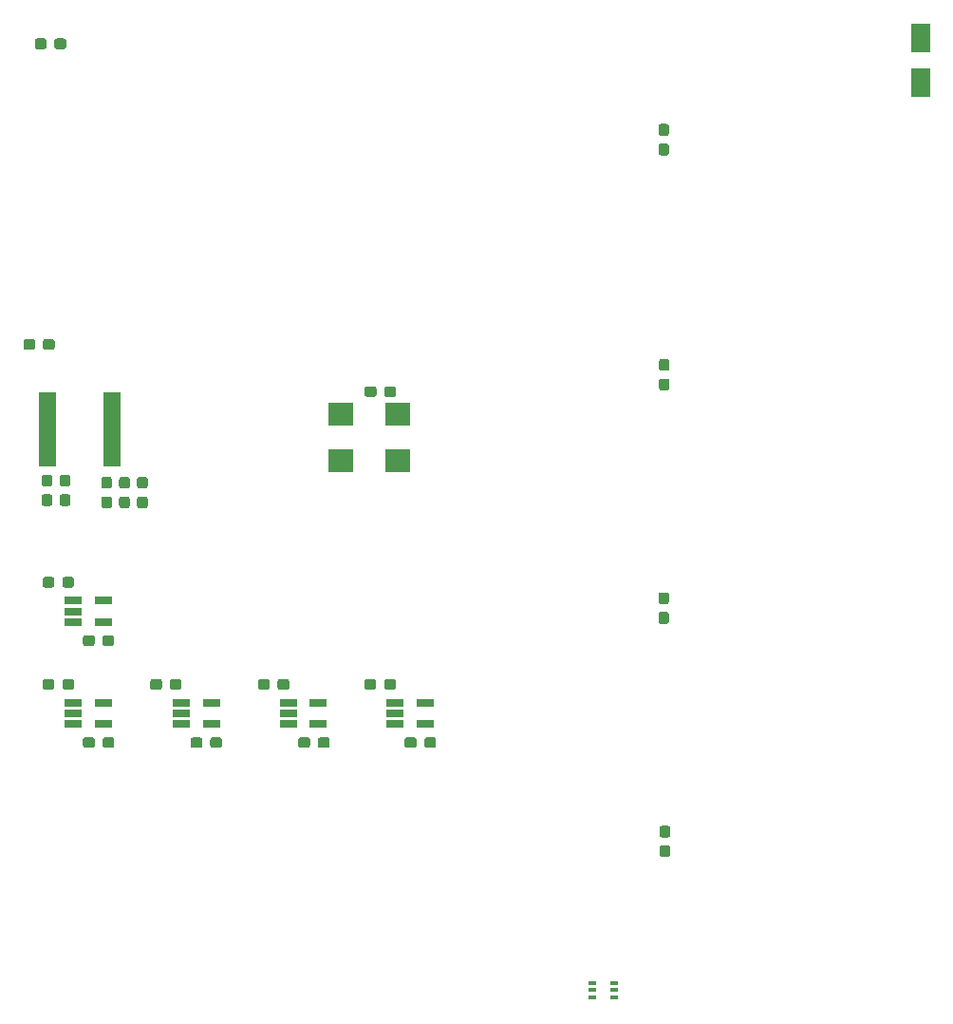
<source format=gbp>
%TF.GenerationSoftware,KiCad,Pcbnew,(5.1.5)-2*%
%TF.CreationDate,2019-12-28T19:20:09-08:00*%
%TF.ProjectId,20191222_Projects_Mainboard_A0,32303139-3132-4323-925f-50726f6a6563,A3*%
%TF.SameCoordinates,PX2191c00PY7534e20*%
%TF.FileFunction,Paste,Bot*%
%TF.FilePolarity,Positive*%
%FSLAX46Y46*%
G04 Gerber Fmt 4.6, Leading zero omitted, Abs format (unit mm)*
G04 Created by KiCad (PCBNEW (5.1.5)-2) date 2019-12-28 19:20:09*
%MOMM*%
%LPD*%
G04 APERTURE LIST*
%ADD10C,0.100000*%
%ADD11R,1.800000X2.500000*%
%ADD12R,1.500000X6.600000*%
%ADD13R,1.560000X0.650000*%
%ADD14R,0.650000X0.400000*%
%ADD15R,2.200000X2.000000*%
G04 APERTURE END LIST*
D10*
G36*
X3210779Y38773856D02*
G01*
X3233834Y38770437D01*
X3256443Y38764773D01*
X3278387Y38756921D01*
X3299457Y38746956D01*
X3319448Y38734974D01*
X3338168Y38721090D01*
X3355438Y38705438D01*
X3371090Y38688168D01*
X3384974Y38669448D01*
X3396956Y38649457D01*
X3406921Y38628387D01*
X3414773Y38606443D01*
X3420437Y38583834D01*
X3423856Y38560779D01*
X3425000Y38537500D01*
X3425000Y38062500D01*
X3423856Y38039221D01*
X3420437Y38016166D01*
X3414773Y37993557D01*
X3406921Y37971613D01*
X3396956Y37950543D01*
X3384974Y37930552D01*
X3371090Y37911832D01*
X3355438Y37894562D01*
X3338168Y37878910D01*
X3319448Y37865026D01*
X3299457Y37853044D01*
X3278387Y37843079D01*
X3256443Y37835227D01*
X3233834Y37829563D01*
X3210779Y37826144D01*
X3187500Y37825000D01*
X2612500Y37825000D01*
X2589221Y37826144D01*
X2566166Y37829563D01*
X2543557Y37835227D01*
X2521613Y37843079D01*
X2500543Y37853044D01*
X2480552Y37865026D01*
X2461832Y37878910D01*
X2444562Y37894562D01*
X2428910Y37911832D01*
X2415026Y37930552D01*
X2403044Y37950543D01*
X2393079Y37971613D01*
X2385227Y37993557D01*
X2379563Y38016166D01*
X2376144Y38039221D01*
X2375000Y38062500D01*
X2375000Y38537500D01*
X2376144Y38560779D01*
X2379563Y38583834D01*
X2385227Y38606443D01*
X2393079Y38628387D01*
X2403044Y38649457D01*
X2415026Y38669448D01*
X2428910Y38688168D01*
X2444562Y38705438D01*
X2461832Y38721090D01*
X2480552Y38734974D01*
X2500543Y38746956D01*
X2521613Y38756921D01*
X2543557Y38764773D01*
X2566166Y38770437D01*
X2589221Y38773856D01*
X2612500Y38775000D01*
X3187500Y38775000D01*
X3210779Y38773856D01*
G37*
G36*
X4960779Y38773856D02*
G01*
X4983834Y38770437D01*
X5006443Y38764773D01*
X5028387Y38756921D01*
X5049457Y38746956D01*
X5069448Y38734974D01*
X5088168Y38721090D01*
X5105438Y38705438D01*
X5121090Y38688168D01*
X5134974Y38669448D01*
X5146956Y38649457D01*
X5156921Y38628387D01*
X5164773Y38606443D01*
X5170437Y38583834D01*
X5173856Y38560779D01*
X5175000Y38537500D01*
X5175000Y38062500D01*
X5173856Y38039221D01*
X5170437Y38016166D01*
X5164773Y37993557D01*
X5156921Y37971613D01*
X5146956Y37950543D01*
X5134974Y37930552D01*
X5121090Y37911832D01*
X5105438Y37894562D01*
X5088168Y37878910D01*
X5069448Y37865026D01*
X5049457Y37853044D01*
X5028387Y37843079D01*
X5006443Y37835227D01*
X4983834Y37829563D01*
X4960779Y37826144D01*
X4937500Y37825000D01*
X4362500Y37825000D01*
X4339221Y37826144D01*
X4316166Y37829563D01*
X4293557Y37835227D01*
X4271613Y37843079D01*
X4250543Y37853044D01*
X4230552Y37865026D01*
X4211832Y37878910D01*
X4194562Y37894562D01*
X4178910Y37911832D01*
X4165026Y37930552D01*
X4153044Y37950543D01*
X4143079Y37971613D01*
X4135227Y37993557D01*
X4129563Y38016166D01*
X4126144Y38039221D01*
X4125000Y38062500D01*
X4125000Y38537500D01*
X4126144Y38560779D01*
X4129563Y38583834D01*
X4135227Y38606443D01*
X4143079Y38628387D01*
X4153044Y38649457D01*
X4165026Y38669448D01*
X4178910Y38688168D01*
X4194562Y38705438D01*
X4211832Y38721090D01*
X4230552Y38734974D01*
X4250543Y38746956D01*
X4271613Y38756921D01*
X4293557Y38764773D01*
X4316166Y38770437D01*
X4339221Y38773856D01*
X4362500Y38775000D01*
X4937500Y38775000D01*
X4960779Y38773856D01*
G37*
G36*
X5985779Y65573856D02*
G01*
X6008834Y65570437D01*
X6031443Y65564773D01*
X6053387Y65556921D01*
X6074457Y65546956D01*
X6094448Y65534974D01*
X6113168Y65521090D01*
X6130438Y65505438D01*
X6146090Y65488168D01*
X6159974Y65469448D01*
X6171956Y65449457D01*
X6181921Y65428387D01*
X6189773Y65406443D01*
X6195437Y65383834D01*
X6198856Y65360779D01*
X6200000Y65337500D01*
X6200000Y64862500D01*
X6198856Y64839221D01*
X6195437Y64816166D01*
X6189773Y64793557D01*
X6181921Y64771613D01*
X6171956Y64750543D01*
X6159974Y64730552D01*
X6146090Y64711832D01*
X6130438Y64694562D01*
X6113168Y64678910D01*
X6094448Y64665026D01*
X6074457Y64653044D01*
X6053387Y64643079D01*
X6031443Y64635227D01*
X6008834Y64629563D01*
X5985779Y64626144D01*
X5962500Y64625000D01*
X5387500Y64625000D01*
X5364221Y64626144D01*
X5341166Y64629563D01*
X5318557Y64635227D01*
X5296613Y64643079D01*
X5275543Y64653044D01*
X5255552Y64665026D01*
X5236832Y64678910D01*
X5219562Y64694562D01*
X5203910Y64711832D01*
X5190026Y64730552D01*
X5178044Y64750543D01*
X5168079Y64771613D01*
X5160227Y64793557D01*
X5154563Y64816166D01*
X5151144Y64839221D01*
X5150000Y64862500D01*
X5150000Y65337500D01*
X5151144Y65360779D01*
X5154563Y65383834D01*
X5160227Y65406443D01*
X5168079Y65428387D01*
X5178044Y65449457D01*
X5190026Y65469448D01*
X5203910Y65488168D01*
X5219562Y65505438D01*
X5236832Y65521090D01*
X5255552Y65534974D01*
X5275543Y65546956D01*
X5296613Y65556921D01*
X5318557Y65564773D01*
X5341166Y65570437D01*
X5364221Y65573856D01*
X5387500Y65575000D01*
X5962500Y65575000D01*
X5985779Y65573856D01*
G37*
G36*
X4235779Y65573856D02*
G01*
X4258834Y65570437D01*
X4281443Y65564773D01*
X4303387Y65556921D01*
X4324457Y65546956D01*
X4344448Y65534974D01*
X4363168Y65521090D01*
X4380438Y65505438D01*
X4396090Y65488168D01*
X4409974Y65469448D01*
X4421956Y65449457D01*
X4431921Y65428387D01*
X4439773Y65406443D01*
X4445437Y65383834D01*
X4448856Y65360779D01*
X4450000Y65337500D01*
X4450000Y64862500D01*
X4448856Y64839221D01*
X4445437Y64816166D01*
X4439773Y64793557D01*
X4431921Y64771613D01*
X4421956Y64750543D01*
X4409974Y64730552D01*
X4396090Y64711832D01*
X4380438Y64694562D01*
X4363168Y64678910D01*
X4344448Y64665026D01*
X4324457Y64653044D01*
X4303387Y64643079D01*
X4281443Y64635227D01*
X4258834Y64629563D01*
X4235779Y64626144D01*
X4212500Y64625000D01*
X3637500Y64625000D01*
X3614221Y64626144D01*
X3591166Y64629563D01*
X3568557Y64635227D01*
X3546613Y64643079D01*
X3525543Y64653044D01*
X3505552Y64665026D01*
X3486832Y64678910D01*
X3469562Y64694562D01*
X3453910Y64711832D01*
X3440026Y64730552D01*
X3428044Y64750543D01*
X3418079Y64771613D01*
X3410227Y64793557D01*
X3404563Y64816166D01*
X3401144Y64839221D01*
X3400000Y64862500D01*
X3400000Y65337500D01*
X3401144Y65360779D01*
X3404563Y65383834D01*
X3410227Y65406443D01*
X3418079Y65428387D01*
X3428044Y65449457D01*
X3440026Y65469448D01*
X3453910Y65488168D01*
X3469562Y65505438D01*
X3486832Y65521090D01*
X3505552Y65534974D01*
X3525543Y65546956D01*
X3546613Y65556921D01*
X3568557Y65564773D01*
X3591166Y65570437D01*
X3614221Y65573856D01*
X3637500Y65575000D01*
X4212500Y65575000D01*
X4235779Y65573856D01*
G37*
G36*
X38985779Y3273856D02*
G01*
X39008834Y3270437D01*
X39031443Y3264773D01*
X39053387Y3256921D01*
X39074457Y3246956D01*
X39094448Y3234974D01*
X39113168Y3221090D01*
X39130438Y3205438D01*
X39146090Y3188168D01*
X39159974Y3169448D01*
X39171956Y3149457D01*
X39181921Y3128387D01*
X39189773Y3106443D01*
X39195437Y3083834D01*
X39198856Y3060779D01*
X39200000Y3037500D01*
X39200000Y2562500D01*
X39198856Y2539221D01*
X39195437Y2516166D01*
X39189773Y2493557D01*
X39181921Y2471613D01*
X39171956Y2450543D01*
X39159974Y2430552D01*
X39146090Y2411832D01*
X39130438Y2394562D01*
X39113168Y2378910D01*
X39094448Y2365026D01*
X39074457Y2353044D01*
X39053387Y2343079D01*
X39031443Y2335227D01*
X39008834Y2329563D01*
X38985779Y2326144D01*
X38962500Y2325000D01*
X38387500Y2325000D01*
X38364221Y2326144D01*
X38341166Y2329563D01*
X38318557Y2335227D01*
X38296613Y2343079D01*
X38275543Y2353044D01*
X38255552Y2365026D01*
X38236832Y2378910D01*
X38219562Y2394562D01*
X38203910Y2411832D01*
X38190026Y2430552D01*
X38178044Y2450543D01*
X38168079Y2471613D01*
X38160227Y2493557D01*
X38154563Y2516166D01*
X38151144Y2539221D01*
X38150000Y2562500D01*
X38150000Y3037500D01*
X38151144Y3060779D01*
X38154563Y3083834D01*
X38160227Y3106443D01*
X38168079Y3128387D01*
X38178044Y3149457D01*
X38190026Y3169448D01*
X38203910Y3188168D01*
X38219562Y3205438D01*
X38236832Y3221090D01*
X38255552Y3234974D01*
X38275543Y3246956D01*
X38296613Y3256921D01*
X38318557Y3264773D01*
X38341166Y3270437D01*
X38364221Y3273856D01*
X38387500Y3275000D01*
X38962500Y3275000D01*
X38985779Y3273856D01*
G37*
G36*
X37235779Y3273856D02*
G01*
X37258834Y3270437D01*
X37281443Y3264773D01*
X37303387Y3256921D01*
X37324457Y3246956D01*
X37344448Y3234974D01*
X37363168Y3221090D01*
X37380438Y3205438D01*
X37396090Y3188168D01*
X37409974Y3169448D01*
X37421956Y3149457D01*
X37431921Y3128387D01*
X37439773Y3106443D01*
X37445437Y3083834D01*
X37448856Y3060779D01*
X37450000Y3037500D01*
X37450000Y2562500D01*
X37448856Y2539221D01*
X37445437Y2516166D01*
X37439773Y2493557D01*
X37431921Y2471613D01*
X37421956Y2450543D01*
X37409974Y2430552D01*
X37396090Y2411832D01*
X37380438Y2394562D01*
X37363168Y2378910D01*
X37344448Y2365026D01*
X37324457Y2353044D01*
X37303387Y2343079D01*
X37281443Y2335227D01*
X37258834Y2329563D01*
X37235779Y2326144D01*
X37212500Y2325000D01*
X36637500Y2325000D01*
X36614221Y2326144D01*
X36591166Y2329563D01*
X36568557Y2335227D01*
X36546613Y2343079D01*
X36525543Y2353044D01*
X36505552Y2365026D01*
X36486832Y2378910D01*
X36469562Y2394562D01*
X36453910Y2411832D01*
X36440026Y2430552D01*
X36428044Y2450543D01*
X36418079Y2471613D01*
X36410227Y2493557D01*
X36404563Y2516166D01*
X36401144Y2539221D01*
X36400000Y2562500D01*
X36400000Y3037500D01*
X36401144Y3060779D01*
X36404563Y3083834D01*
X36410227Y3106443D01*
X36418079Y3128387D01*
X36428044Y3149457D01*
X36440026Y3169448D01*
X36453910Y3188168D01*
X36469562Y3205438D01*
X36486832Y3221090D01*
X36505552Y3234974D01*
X36525543Y3246956D01*
X36546613Y3256921D01*
X36568557Y3264773D01*
X36591166Y3270437D01*
X36614221Y3273856D01*
X36637500Y3275000D01*
X37212500Y3275000D01*
X37235779Y3273856D01*
G37*
G36*
X8535779Y3273856D02*
G01*
X8558834Y3270437D01*
X8581443Y3264773D01*
X8603387Y3256921D01*
X8624457Y3246956D01*
X8644448Y3234974D01*
X8663168Y3221090D01*
X8680438Y3205438D01*
X8696090Y3188168D01*
X8709974Y3169448D01*
X8721956Y3149457D01*
X8731921Y3128387D01*
X8739773Y3106443D01*
X8745437Y3083834D01*
X8748856Y3060779D01*
X8750000Y3037500D01*
X8750000Y2562500D01*
X8748856Y2539221D01*
X8745437Y2516166D01*
X8739773Y2493557D01*
X8731921Y2471613D01*
X8721956Y2450543D01*
X8709974Y2430552D01*
X8696090Y2411832D01*
X8680438Y2394562D01*
X8663168Y2378910D01*
X8644448Y2365026D01*
X8624457Y2353044D01*
X8603387Y2343079D01*
X8581443Y2335227D01*
X8558834Y2329563D01*
X8535779Y2326144D01*
X8512500Y2325000D01*
X7937500Y2325000D01*
X7914221Y2326144D01*
X7891166Y2329563D01*
X7868557Y2335227D01*
X7846613Y2343079D01*
X7825543Y2353044D01*
X7805552Y2365026D01*
X7786832Y2378910D01*
X7769562Y2394562D01*
X7753910Y2411832D01*
X7740026Y2430552D01*
X7728044Y2450543D01*
X7718079Y2471613D01*
X7710227Y2493557D01*
X7704563Y2516166D01*
X7701144Y2539221D01*
X7700000Y2562500D01*
X7700000Y3037500D01*
X7701144Y3060779D01*
X7704563Y3083834D01*
X7710227Y3106443D01*
X7718079Y3128387D01*
X7728044Y3149457D01*
X7740026Y3169448D01*
X7753910Y3188168D01*
X7769562Y3205438D01*
X7786832Y3221090D01*
X7805552Y3234974D01*
X7825543Y3246956D01*
X7846613Y3256921D01*
X7868557Y3264773D01*
X7891166Y3270437D01*
X7914221Y3273856D01*
X7937500Y3275000D01*
X8512500Y3275000D01*
X8535779Y3273856D01*
G37*
G36*
X10285779Y3273856D02*
G01*
X10308834Y3270437D01*
X10331443Y3264773D01*
X10353387Y3256921D01*
X10374457Y3246956D01*
X10394448Y3234974D01*
X10413168Y3221090D01*
X10430438Y3205438D01*
X10446090Y3188168D01*
X10459974Y3169448D01*
X10471956Y3149457D01*
X10481921Y3128387D01*
X10489773Y3106443D01*
X10495437Y3083834D01*
X10498856Y3060779D01*
X10500000Y3037500D01*
X10500000Y2562500D01*
X10498856Y2539221D01*
X10495437Y2516166D01*
X10489773Y2493557D01*
X10481921Y2471613D01*
X10471956Y2450543D01*
X10459974Y2430552D01*
X10446090Y2411832D01*
X10430438Y2394562D01*
X10413168Y2378910D01*
X10394448Y2365026D01*
X10374457Y2353044D01*
X10353387Y2343079D01*
X10331443Y2335227D01*
X10308834Y2329563D01*
X10285779Y2326144D01*
X10262500Y2325000D01*
X9687500Y2325000D01*
X9664221Y2326144D01*
X9641166Y2329563D01*
X9618557Y2335227D01*
X9596613Y2343079D01*
X9575543Y2353044D01*
X9555552Y2365026D01*
X9536832Y2378910D01*
X9519562Y2394562D01*
X9503910Y2411832D01*
X9490026Y2430552D01*
X9478044Y2450543D01*
X9468079Y2471613D01*
X9460227Y2493557D01*
X9454563Y2516166D01*
X9451144Y2539221D01*
X9450000Y2562500D01*
X9450000Y3037500D01*
X9451144Y3060779D01*
X9454563Y3083834D01*
X9460227Y3106443D01*
X9468079Y3128387D01*
X9478044Y3149457D01*
X9490026Y3169448D01*
X9503910Y3188168D01*
X9519562Y3205438D01*
X9536832Y3221090D01*
X9555552Y3234974D01*
X9575543Y3246956D01*
X9596613Y3256921D01*
X9618557Y3264773D01*
X9641166Y3270437D01*
X9664221Y3273856D01*
X9687500Y3275000D01*
X10262500Y3275000D01*
X10285779Y3273856D01*
G37*
G36*
X19885779Y3273856D02*
G01*
X19908834Y3270437D01*
X19931443Y3264773D01*
X19953387Y3256921D01*
X19974457Y3246956D01*
X19994448Y3234974D01*
X20013168Y3221090D01*
X20030438Y3205438D01*
X20046090Y3188168D01*
X20059974Y3169448D01*
X20071956Y3149457D01*
X20081921Y3128387D01*
X20089773Y3106443D01*
X20095437Y3083834D01*
X20098856Y3060779D01*
X20100000Y3037500D01*
X20100000Y2562500D01*
X20098856Y2539221D01*
X20095437Y2516166D01*
X20089773Y2493557D01*
X20081921Y2471613D01*
X20071956Y2450543D01*
X20059974Y2430552D01*
X20046090Y2411832D01*
X20030438Y2394562D01*
X20013168Y2378910D01*
X19994448Y2365026D01*
X19974457Y2353044D01*
X19953387Y2343079D01*
X19931443Y2335227D01*
X19908834Y2329563D01*
X19885779Y2326144D01*
X19862500Y2325000D01*
X19287500Y2325000D01*
X19264221Y2326144D01*
X19241166Y2329563D01*
X19218557Y2335227D01*
X19196613Y2343079D01*
X19175543Y2353044D01*
X19155552Y2365026D01*
X19136832Y2378910D01*
X19119562Y2394562D01*
X19103910Y2411832D01*
X19090026Y2430552D01*
X19078044Y2450543D01*
X19068079Y2471613D01*
X19060227Y2493557D01*
X19054563Y2516166D01*
X19051144Y2539221D01*
X19050000Y2562500D01*
X19050000Y3037500D01*
X19051144Y3060779D01*
X19054563Y3083834D01*
X19060227Y3106443D01*
X19068079Y3128387D01*
X19078044Y3149457D01*
X19090026Y3169448D01*
X19103910Y3188168D01*
X19119562Y3205438D01*
X19136832Y3221090D01*
X19155552Y3234974D01*
X19175543Y3246956D01*
X19196613Y3256921D01*
X19218557Y3264773D01*
X19241166Y3270437D01*
X19264221Y3273856D01*
X19287500Y3275000D01*
X19862500Y3275000D01*
X19885779Y3273856D01*
G37*
G36*
X18135779Y3273856D02*
G01*
X18158834Y3270437D01*
X18181443Y3264773D01*
X18203387Y3256921D01*
X18224457Y3246956D01*
X18244448Y3234974D01*
X18263168Y3221090D01*
X18280438Y3205438D01*
X18296090Y3188168D01*
X18309974Y3169448D01*
X18321956Y3149457D01*
X18331921Y3128387D01*
X18339773Y3106443D01*
X18345437Y3083834D01*
X18348856Y3060779D01*
X18350000Y3037500D01*
X18350000Y2562500D01*
X18348856Y2539221D01*
X18345437Y2516166D01*
X18339773Y2493557D01*
X18331921Y2471613D01*
X18321956Y2450543D01*
X18309974Y2430552D01*
X18296090Y2411832D01*
X18280438Y2394562D01*
X18263168Y2378910D01*
X18244448Y2365026D01*
X18224457Y2353044D01*
X18203387Y2343079D01*
X18181443Y2335227D01*
X18158834Y2329563D01*
X18135779Y2326144D01*
X18112500Y2325000D01*
X17537500Y2325000D01*
X17514221Y2326144D01*
X17491166Y2329563D01*
X17468557Y2335227D01*
X17446613Y2343079D01*
X17425543Y2353044D01*
X17405552Y2365026D01*
X17386832Y2378910D01*
X17369562Y2394562D01*
X17353910Y2411832D01*
X17340026Y2430552D01*
X17328044Y2450543D01*
X17318079Y2471613D01*
X17310227Y2493557D01*
X17304563Y2516166D01*
X17301144Y2539221D01*
X17300000Y2562500D01*
X17300000Y3037500D01*
X17301144Y3060779D01*
X17304563Y3083834D01*
X17310227Y3106443D01*
X17318079Y3128387D01*
X17328044Y3149457D01*
X17340026Y3169448D01*
X17353910Y3188168D01*
X17369562Y3205438D01*
X17386832Y3221090D01*
X17405552Y3234974D01*
X17425543Y3246956D01*
X17446613Y3256921D01*
X17468557Y3264773D01*
X17491166Y3270437D01*
X17514221Y3273856D01*
X17537500Y3275000D01*
X18112500Y3275000D01*
X18135779Y3273856D01*
G37*
G36*
X8535779Y12373856D02*
G01*
X8558834Y12370437D01*
X8581443Y12364773D01*
X8603387Y12356921D01*
X8624457Y12346956D01*
X8644448Y12334974D01*
X8663168Y12321090D01*
X8680438Y12305438D01*
X8696090Y12288168D01*
X8709974Y12269448D01*
X8721956Y12249457D01*
X8731921Y12228387D01*
X8739773Y12206443D01*
X8745437Y12183834D01*
X8748856Y12160779D01*
X8750000Y12137500D01*
X8750000Y11662500D01*
X8748856Y11639221D01*
X8745437Y11616166D01*
X8739773Y11593557D01*
X8731921Y11571613D01*
X8721956Y11550543D01*
X8709974Y11530552D01*
X8696090Y11511832D01*
X8680438Y11494562D01*
X8663168Y11478910D01*
X8644448Y11465026D01*
X8624457Y11453044D01*
X8603387Y11443079D01*
X8581443Y11435227D01*
X8558834Y11429563D01*
X8535779Y11426144D01*
X8512500Y11425000D01*
X7937500Y11425000D01*
X7914221Y11426144D01*
X7891166Y11429563D01*
X7868557Y11435227D01*
X7846613Y11443079D01*
X7825543Y11453044D01*
X7805552Y11465026D01*
X7786832Y11478910D01*
X7769562Y11494562D01*
X7753910Y11511832D01*
X7740026Y11530552D01*
X7728044Y11550543D01*
X7718079Y11571613D01*
X7710227Y11593557D01*
X7704563Y11616166D01*
X7701144Y11639221D01*
X7700000Y11662500D01*
X7700000Y12137500D01*
X7701144Y12160779D01*
X7704563Y12183834D01*
X7710227Y12206443D01*
X7718079Y12228387D01*
X7728044Y12249457D01*
X7740026Y12269448D01*
X7753910Y12288168D01*
X7769562Y12305438D01*
X7786832Y12321090D01*
X7805552Y12334974D01*
X7825543Y12346956D01*
X7846613Y12356921D01*
X7868557Y12364773D01*
X7891166Y12370437D01*
X7914221Y12373856D01*
X7937500Y12375000D01*
X8512500Y12375000D01*
X8535779Y12373856D01*
G37*
G36*
X10285779Y12373856D02*
G01*
X10308834Y12370437D01*
X10331443Y12364773D01*
X10353387Y12356921D01*
X10374457Y12346956D01*
X10394448Y12334974D01*
X10413168Y12321090D01*
X10430438Y12305438D01*
X10446090Y12288168D01*
X10459974Y12269448D01*
X10471956Y12249457D01*
X10481921Y12228387D01*
X10489773Y12206443D01*
X10495437Y12183834D01*
X10498856Y12160779D01*
X10500000Y12137500D01*
X10500000Y11662500D01*
X10498856Y11639221D01*
X10495437Y11616166D01*
X10489773Y11593557D01*
X10481921Y11571613D01*
X10471956Y11550543D01*
X10459974Y11530552D01*
X10446090Y11511832D01*
X10430438Y11494562D01*
X10413168Y11478910D01*
X10394448Y11465026D01*
X10374457Y11453044D01*
X10353387Y11443079D01*
X10331443Y11435227D01*
X10308834Y11429563D01*
X10285779Y11426144D01*
X10262500Y11425000D01*
X9687500Y11425000D01*
X9664221Y11426144D01*
X9641166Y11429563D01*
X9618557Y11435227D01*
X9596613Y11443079D01*
X9575543Y11453044D01*
X9555552Y11465026D01*
X9536832Y11478910D01*
X9519562Y11494562D01*
X9503910Y11511832D01*
X9490026Y11530552D01*
X9478044Y11550543D01*
X9468079Y11571613D01*
X9460227Y11593557D01*
X9454563Y11616166D01*
X9451144Y11639221D01*
X9450000Y11662500D01*
X9450000Y12137500D01*
X9451144Y12160779D01*
X9454563Y12183834D01*
X9460227Y12206443D01*
X9468079Y12228387D01*
X9478044Y12249457D01*
X9490026Y12269448D01*
X9503910Y12288168D01*
X9519562Y12305438D01*
X9536832Y12321090D01*
X9555552Y12334974D01*
X9575543Y12346956D01*
X9596613Y12356921D01*
X9618557Y12364773D01*
X9641166Y12370437D01*
X9664221Y12373856D01*
X9687500Y12375000D01*
X10262500Y12375000D01*
X10285779Y12373856D01*
G37*
G36*
X29485779Y3273856D02*
G01*
X29508834Y3270437D01*
X29531443Y3264773D01*
X29553387Y3256921D01*
X29574457Y3246956D01*
X29594448Y3234974D01*
X29613168Y3221090D01*
X29630438Y3205438D01*
X29646090Y3188168D01*
X29659974Y3169448D01*
X29671956Y3149457D01*
X29681921Y3128387D01*
X29689773Y3106443D01*
X29695437Y3083834D01*
X29698856Y3060779D01*
X29700000Y3037500D01*
X29700000Y2562500D01*
X29698856Y2539221D01*
X29695437Y2516166D01*
X29689773Y2493557D01*
X29681921Y2471613D01*
X29671956Y2450543D01*
X29659974Y2430552D01*
X29646090Y2411832D01*
X29630438Y2394562D01*
X29613168Y2378910D01*
X29594448Y2365026D01*
X29574457Y2353044D01*
X29553387Y2343079D01*
X29531443Y2335227D01*
X29508834Y2329563D01*
X29485779Y2326144D01*
X29462500Y2325000D01*
X28887500Y2325000D01*
X28864221Y2326144D01*
X28841166Y2329563D01*
X28818557Y2335227D01*
X28796613Y2343079D01*
X28775543Y2353044D01*
X28755552Y2365026D01*
X28736832Y2378910D01*
X28719562Y2394562D01*
X28703910Y2411832D01*
X28690026Y2430552D01*
X28678044Y2450543D01*
X28668079Y2471613D01*
X28660227Y2493557D01*
X28654563Y2516166D01*
X28651144Y2539221D01*
X28650000Y2562500D01*
X28650000Y3037500D01*
X28651144Y3060779D01*
X28654563Y3083834D01*
X28660227Y3106443D01*
X28668079Y3128387D01*
X28678044Y3149457D01*
X28690026Y3169448D01*
X28703910Y3188168D01*
X28719562Y3205438D01*
X28736832Y3221090D01*
X28755552Y3234974D01*
X28775543Y3246956D01*
X28796613Y3256921D01*
X28818557Y3264773D01*
X28841166Y3270437D01*
X28864221Y3273856D01*
X28887500Y3275000D01*
X29462500Y3275000D01*
X29485779Y3273856D01*
G37*
G36*
X27735779Y3273856D02*
G01*
X27758834Y3270437D01*
X27781443Y3264773D01*
X27803387Y3256921D01*
X27824457Y3246956D01*
X27844448Y3234974D01*
X27863168Y3221090D01*
X27880438Y3205438D01*
X27896090Y3188168D01*
X27909974Y3169448D01*
X27921956Y3149457D01*
X27931921Y3128387D01*
X27939773Y3106443D01*
X27945437Y3083834D01*
X27948856Y3060779D01*
X27950000Y3037500D01*
X27950000Y2562500D01*
X27948856Y2539221D01*
X27945437Y2516166D01*
X27939773Y2493557D01*
X27931921Y2471613D01*
X27921956Y2450543D01*
X27909974Y2430552D01*
X27896090Y2411832D01*
X27880438Y2394562D01*
X27863168Y2378910D01*
X27844448Y2365026D01*
X27824457Y2353044D01*
X27803387Y2343079D01*
X27781443Y2335227D01*
X27758834Y2329563D01*
X27735779Y2326144D01*
X27712500Y2325000D01*
X27137500Y2325000D01*
X27114221Y2326144D01*
X27091166Y2329563D01*
X27068557Y2335227D01*
X27046613Y2343079D01*
X27025543Y2353044D01*
X27005552Y2365026D01*
X26986832Y2378910D01*
X26969562Y2394562D01*
X26953910Y2411832D01*
X26940026Y2430552D01*
X26928044Y2450543D01*
X26918079Y2471613D01*
X26910227Y2493557D01*
X26904563Y2516166D01*
X26901144Y2539221D01*
X26900000Y2562500D01*
X26900000Y3037500D01*
X26901144Y3060779D01*
X26904563Y3083834D01*
X26910227Y3106443D01*
X26918079Y3128387D01*
X26928044Y3149457D01*
X26940026Y3169448D01*
X26953910Y3188168D01*
X26969562Y3205438D01*
X26986832Y3221090D01*
X27005552Y3234974D01*
X27025543Y3246956D01*
X27046613Y3256921D01*
X27068557Y3264773D01*
X27091166Y3270437D01*
X27114221Y3273856D01*
X27137500Y3275000D01*
X27712500Y3275000D01*
X27735779Y3273856D01*
G37*
G36*
X4760779Y24948856D02*
G01*
X4783834Y24945437D01*
X4806443Y24939773D01*
X4828387Y24931921D01*
X4849457Y24921956D01*
X4869448Y24909974D01*
X4888168Y24896090D01*
X4905438Y24880438D01*
X4921090Y24863168D01*
X4934974Y24844448D01*
X4946956Y24824457D01*
X4956921Y24803387D01*
X4964773Y24781443D01*
X4970437Y24758834D01*
X4973856Y24735779D01*
X4975000Y24712500D01*
X4975000Y24137500D01*
X4973856Y24114221D01*
X4970437Y24091166D01*
X4964773Y24068557D01*
X4956921Y24046613D01*
X4946956Y24025543D01*
X4934974Y24005552D01*
X4921090Y23986832D01*
X4905438Y23969562D01*
X4888168Y23953910D01*
X4869448Y23940026D01*
X4849457Y23928044D01*
X4828387Y23918079D01*
X4806443Y23910227D01*
X4783834Y23904563D01*
X4760779Y23901144D01*
X4737500Y23900000D01*
X4262500Y23900000D01*
X4239221Y23901144D01*
X4216166Y23904563D01*
X4193557Y23910227D01*
X4171613Y23918079D01*
X4150543Y23928044D01*
X4130552Y23940026D01*
X4111832Y23953910D01*
X4094562Y23969562D01*
X4078910Y23986832D01*
X4065026Y24005552D01*
X4053044Y24025543D01*
X4043079Y24046613D01*
X4035227Y24068557D01*
X4029563Y24091166D01*
X4026144Y24114221D01*
X4025000Y24137500D01*
X4025000Y24712500D01*
X4026144Y24735779D01*
X4029563Y24758834D01*
X4035227Y24781443D01*
X4043079Y24803387D01*
X4053044Y24824457D01*
X4065026Y24844448D01*
X4078910Y24863168D01*
X4094562Y24880438D01*
X4111832Y24896090D01*
X4130552Y24909974D01*
X4150543Y24921956D01*
X4171613Y24931921D01*
X4193557Y24939773D01*
X4216166Y24945437D01*
X4239221Y24948856D01*
X4262500Y24950000D01*
X4737500Y24950000D01*
X4760779Y24948856D01*
G37*
G36*
X4760779Y26698856D02*
G01*
X4783834Y26695437D01*
X4806443Y26689773D01*
X4828387Y26681921D01*
X4849457Y26671956D01*
X4869448Y26659974D01*
X4888168Y26646090D01*
X4905438Y26630438D01*
X4921090Y26613168D01*
X4934974Y26594448D01*
X4946956Y26574457D01*
X4956921Y26553387D01*
X4964773Y26531443D01*
X4970437Y26508834D01*
X4973856Y26485779D01*
X4975000Y26462500D01*
X4975000Y25887500D01*
X4973856Y25864221D01*
X4970437Y25841166D01*
X4964773Y25818557D01*
X4956921Y25796613D01*
X4946956Y25775543D01*
X4934974Y25755552D01*
X4921090Y25736832D01*
X4905438Y25719562D01*
X4888168Y25703910D01*
X4869448Y25690026D01*
X4849457Y25678044D01*
X4828387Y25668079D01*
X4806443Y25660227D01*
X4783834Y25654563D01*
X4760779Y25651144D01*
X4737500Y25650000D01*
X4262500Y25650000D01*
X4239221Y25651144D01*
X4216166Y25654563D01*
X4193557Y25660227D01*
X4171613Y25668079D01*
X4150543Y25678044D01*
X4130552Y25690026D01*
X4111832Y25703910D01*
X4094562Y25719562D01*
X4078910Y25736832D01*
X4065026Y25755552D01*
X4053044Y25775543D01*
X4043079Y25796613D01*
X4035227Y25818557D01*
X4029563Y25841166D01*
X4026144Y25864221D01*
X4025000Y25887500D01*
X4025000Y26462500D01*
X4026144Y26485779D01*
X4029563Y26508834D01*
X4035227Y26531443D01*
X4043079Y26553387D01*
X4053044Y26574457D01*
X4065026Y26594448D01*
X4078910Y26613168D01*
X4094562Y26630438D01*
X4111832Y26646090D01*
X4130552Y26659974D01*
X4150543Y26671956D01*
X4171613Y26681921D01*
X4193557Y26689773D01*
X4216166Y26695437D01*
X4239221Y26698856D01*
X4262500Y26700000D01*
X4737500Y26700000D01*
X4760779Y26698856D01*
G37*
G36*
X6360779Y26698856D02*
G01*
X6383834Y26695437D01*
X6406443Y26689773D01*
X6428387Y26681921D01*
X6449457Y26671956D01*
X6469448Y26659974D01*
X6488168Y26646090D01*
X6505438Y26630438D01*
X6521090Y26613168D01*
X6534974Y26594448D01*
X6546956Y26574457D01*
X6556921Y26553387D01*
X6564773Y26531443D01*
X6570437Y26508834D01*
X6573856Y26485779D01*
X6575000Y26462500D01*
X6575000Y25887500D01*
X6573856Y25864221D01*
X6570437Y25841166D01*
X6564773Y25818557D01*
X6556921Y25796613D01*
X6546956Y25775543D01*
X6534974Y25755552D01*
X6521090Y25736832D01*
X6505438Y25719562D01*
X6488168Y25703910D01*
X6469448Y25690026D01*
X6449457Y25678044D01*
X6428387Y25668079D01*
X6406443Y25660227D01*
X6383834Y25654563D01*
X6360779Y25651144D01*
X6337500Y25650000D01*
X5862500Y25650000D01*
X5839221Y25651144D01*
X5816166Y25654563D01*
X5793557Y25660227D01*
X5771613Y25668079D01*
X5750543Y25678044D01*
X5730552Y25690026D01*
X5711832Y25703910D01*
X5694562Y25719562D01*
X5678910Y25736832D01*
X5665026Y25755552D01*
X5653044Y25775543D01*
X5643079Y25796613D01*
X5635227Y25818557D01*
X5629563Y25841166D01*
X5626144Y25864221D01*
X5625000Y25887500D01*
X5625000Y26462500D01*
X5626144Y26485779D01*
X5629563Y26508834D01*
X5635227Y26531443D01*
X5643079Y26553387D01*
X5653044Y26574457D01*
X5665026Y26594448D01*
X5678910Y26613168D01*
X5694562Y26630438D01*
X5711832Y26646090D01*
X5730552Y26659974D01*
X5750543Y26671956D01*
X5771613Y26681921D01*
X5793557Y26689773D01*
X5816166Y26695437D01*
X5839221Y26698856D01*
X5862500Y26700000D01*
X6337500Y26700000D01*
X6360779Y26698856D01*
G37*
G36*
X6360779Y24948856D02*
G01*
X6383834Y24945437D01*
X6406443Y24939773D01*
X6428387Y24931921D01*
X6449457Y24921956D01*
X6469448Y24909974D01*
X6488168Y24896090D01*
X6505438Y24880438D01*
X6521090Y24863168D01*
X6534974Y24844448D01*
X6546956Y24824457D01*
X6556921Y24803387D01*
X6564773Y24781443D01*
X6570437Y24758834D01*
X6573856Y24735779D01*
X6575000Y24712500D01*
X6575000Y24137500D01*
X6573856Y24114221D01*
X6570437Y24091166D01*
X6564773Y24068557D01*
X6556921Y24046613D01*
X6546956Y24025543D01*
X6534974Y24005552D01*
X6521090Y23986832D01*
X6505438Y23969562D01*
X6488168Y23953910D01*
X6469448Y23940026D01*
X6449457Y23928044D01*
X6428387Y23918079D01*
X6406443Y23910227D01*
X6383834Y23904563D01*
X6360779Y23901144D01*
X6337500Y23900000D01*
X5862500Y23900000D01*
X5839221Y23901144D01*
X5816166Y23904563D01*
X5793557Y23910227D01*
X5771613Y23918079D01*
X5750543Y23928044D01*
X5730552Y23940026D01*
X5711832Y23953910D01*
X5694562Y23969562D01*
X5678910Y23986832D01*
X5665026Y24005552D01*
X5653044Y24025543D01*
X5643079Y24046613D01*
X5635227Y24068557D01*
X5629563Y24091166D01*
X5626144Y24114221D01*
X5625000Y24137500D01*
X5625000Y24712500D01*
X5626144Y24735779D01*
X5629563Y24758834D01*
X5635227Y24781443D01*
X5643079Y24803387D01*
X5653044Y24824457D01*
X5665026Y24844448D01*
X5678910Y24863168D01*
X5694562Y24880438D01*
X5711832Y24896090D01*
X5730552Y24909974D01*
X5750543Y24921956D01*
X5771613Y24931921D01*
X5793557Y24939773D01*
X5816166Y24945437D01*
X5839221Y24948856D01*
X5862500Y24950000D01*
X6337500Y24950000D01*
X6360779Y24948856D01*
G37*
G36*
X10060779Y26498856D02*
G01*
X10083834Y26495437D01*
X10106443Y26489773D01*
X10128387Y26481921D01*
X10149457Y26471956D01*
X10169448Y26459974D01*
X10188168Y26446090D01*
X10205438Y26430438D01*
X10221090Y26413168D01*
X10234974Y26394448D01*
X10246956Y26374457D01*
X10256921Y26353387D01*
X10264773Y26331443D01*
X10270437Y26308834D01*
X10273856Y26285779D01*
X10275000Y26262500D01*
X10275000Y25687500D01*
X10273856Y25664221D01*
X10270437Y25641166D01*
X10264773Y25618557D01*
X10256921Y25596613D01*
X10246956Y25575543D01*
X10234974Y25555552D01*
X10221090Y25536832D01*
X10205438Y25519562D01*
X10188168Y25503910D01*
X10169448Y25490026D01*
X10149457Y25478044D01*
X10128387Y25468079D01*
X10106443Y25460227D01*
X10083834Y25454563D01*
X10060779Y25451144D01*
X10037500Y25450000D01*
X9562500Y25450000D01*
X9539221Y25451144D01*
X9516166Y25454563D01*
X9493557Y25460227D01*
X9471613Y25468079D01*
X9450543Y25478044D01*
X9430552Y25490026D01*
X9411832Y25503910D01*
X9394562Y25519562D01*
X9378910Y25536832D01*
X9365026Y25555552D01*
X9353044Y25575543D01*
X9343079Y25596613D01*
X9335227Y25618557D01*
X9329563Y25641166D01*
X9326144Y25664221D01*
X9325000Y25687500D01*
X9325000Y26262500D01*
X9326144Y26285779D01*
X9329563Y26308834D01*
X9335227Y26331443D01*
X9343079Y26353387D01*
X9353044Y26374457D01*
X9365026Y26394448D01*
X9378910Y26413168D01*
X9394562Y26430438D01*
X9411832Y26446090D01*
X9430552Y26459974D01*
X9450543Y26471956D01*
X9471613Y26481921D01*
X9493557Y26489773D01*
X9516166Y26495437D01*
X9539221Y26498856D01*
X9562500Y26500000D01*
X10037500Y26500000D01*
X10060779Y26498856D01*
G37*
G36*
X10060779Y24748856D02*
G01*
X10083834Y24745437D01*
X10106443Y24739773D01*
X10128387Y24731921D01*
X10149457Y24721956D01*
X10169448Y24709974D01*
X10188168Y24696090D01*
X10205438Y24680438D01*
X10221090Y24663168D01*
X10234974Y24644448D01*
X10246956Y24624457D01*
X10256921Y24603387D01*
X10264773Y24581443D01*
X10270437Y24558834D01*
X10273856Y24535779D01*
X10275000Y24512500D01*
X10275000Y23937500D01*
X10273856Y23914221D01*
X10270437Y23891166D01*
X10264773Y23868557D01*
X10256921Y23846613D01*
X10246956Y23825543D01*
X10234974Y23805552D01*
X10221090Y23786832D01*
X10205438Y23769562D01*
X10188168Y23753910D01*
X10169448Y23740026D01*
X10149457Y23728044D01*
X10128387Y23718079D01*
X10106443Y23710227D01*
X10083834Y23704563D01*
X10060779Y23701144D01*
X10037500Y23700000D01*
X9562500Y23700000D01*
X9539221Y23701144D01*
X9516166Y23704563D01*
X9493557Y23710227D01*
X9471613Y23718079D01*
X9450543Y23728044D01*
X9430552Y23740026D01*
X9411832Y23753910D01*
X9394562Y23769562D01*
X9378910Y23786832D01*
X9365026Y23805552D01*
X9353044Y23825543D01*
X9343079Y23846613D01*
X9335227Y23868557D01*
X9329563Y23891166D01*
X9326144Y23914221D01*
X9325000Y23937500D01*
X9325000Y24512500D01*
X9326144Y24535779D01*
X9329563Y24558834D01*
X9335227Y24581443D01*
X9343079Y24603387D01*
X9353044Y24624457D01*
X9365026Y24644448D01*
X9378910Y24663168D01*
X9394562Y24680438D01*
X9411832Y24696090D01*
X9430552Y24709974D01*
X9450543Y24721956D01*
X9471613Y24731921D01*
X9493557Y24739773D01*
X9516166Y24745437D01*
X9539221Y24748856D01*
X9562500Y24750000D01*
X10037500Y24750000D01*
X10060779Y24748856D01*
G37*
G36*
X11660779Y24748856D02*
G01*
X11683834Y24745437D01*
X11706443Y24739773D01*
X11728387Y24731921D01*
X11749457Y24721956D01*
X11769448Y24709974D01*
X11788168Y24696090D01*
X11805438Y24680438D01*
X11821090Y24663168D01*
X11834974Y24644448D01*
X11846956Y24624457D01*
X11856921Y24603387D01*
X11864773Y24581443D01*
X11870437Y24558834D01*
X11873856Y24535779D01*
X11875000Y24512500D01*
X11875000Y23937500D01*
X11873856Y23914221D01*
X11870437Y23891166D01*
X11864773Y23868557D01*
X11856921Y23846613D01*
X11846956Y23825543D01*
X11834974Y23805552D01*
X11821090Y23786832D01*
X11805438Y23769562D01*
X11788168Y23753910D01*
X11769448Y23740026D01*
X11749457Y23728044D01*
X11728387Y23718079D01*
X11706443Y23710227D01*
X11683834Y23704563D01*
X11660779Y23701144D01*
X11637500Y23700000D01*
X11162500Y23700000D01*
X11139221Y23701144D01*
X11116166Y23704563D01*
X11093557Y23710227D01*
X11071613Y23718079D01*
X11050543Y23728044D01*
X11030552Y23740026D01*
X11011832Y23753910D01*
X10994562Y23769562D01*
X10978910Y23786832D01*
X10965026Y23805552D01*
X10953044Y23825543D01*
X10943079Y23846613D01*
X10935227Y23868557D01*
X10929563Y23891166D01*
X10926144Y23914221D01*
X10925000Y23937500D01*
X10925000Y24512500D01*
X10926144Y24535779D01*
X10929563Y24558834D01*
X10935227Y24581443D01*
X10943079Y24603387D01*
X10953044Y24624457D01*
X10965026Y24644448D01*
X10978910Y24663168D01*
X10994562Y24680438D01*
X11011832Y24696090D01*
X11030552Y24709974D01*
X11050543Y24721956D01*
X11071613Y24731921D01*
X11093557Y24739773D01*
X11116166Y24745437D01*
X11139221Y24748856D01*
X11162500Y24750000D01*
X11637500Y24750000D01*
X11660779Y24748856D01*
G37*
G36*
X11660779Y26498856D02*
G01*
X11683834Y26495437D01*
X11706443Y26489773D01*
X11728387Y26481921D01*
X11749457Y26471956D01*
X11769448Y26459974D01*
X11788168Y26446090D01*
X11805438Y26430438D01*
X11821090Y26413168D01*
X11834974Y26394448D01*
X11846956Y26374457D01*
X11856921Y26353387D01*
X11864773Y26331443D01*
X11870437Y26308834D01*
X11873856Y26285779D01*
X11875000Y26262500D01*
X11875000Y25687500D01*
X11873856Y25664221D01*
X11870437Y25641166D01*
X11864773Y25618557D01*
X11856921Y25596613D01*
X11846956Y25575543D01*
X11834974Y25555552D01*
X11821090Y25536832D01*
X11805438Y25519562D01*
X11788168Y25503910D01*
X11769448Y25490026D01*
X11749457Y25478044D01*
X11728387Y25468079D01*
X11706443Y25460227D01*
X11683834Y25454563D01*
X11660779Y25451144D01*
X11637500Y25450000D01*
X11162500Y25450000D01*
X11139221Y25451144D01*
X11116166Y25454563D01*
X11093557Y25460227D01*
X11071613Y25468079D01*
X11050543Y25478044D01*
X11030552Y25490026D01*
X11011832Y25503910D01*
X10994562Y25519562D01*
X10978910Y25536832D01*
X10965026Y25555552D01*
X10953044Y25575543D01*
X10943079Y25596613D01*
X10935227Y25618557D01*
X10929563Y25641166D01*
X10926144Y25664221D01*
X10925000Y25687500D01*
X10925000Y26262500D01*
X10926144Y26285779D01*
X10929563Y26308834D01*
X10935227Y26331443D01*
X10943079Y26353387D01*
X10953044Y26374457D01*
X10965026Y26394448D01*
X10978910Y26413168D01*
X10994562Y26430438D01*
X11011832Y26446090D01*
X11030552Y26459974D01*
X11050543Y26471956D01*
X11071613Y26481921D01*
X11093557Y26489773D01*
X11116166Y26495437D01*
X11139221Y26498856D01*
X11162500Y26500000D01*
X11637500Y26500000D01*
X11660779Y26498856D01*
G37*
G36*
X13260779Y26498856D02*
G01*
X13283834Y26495437D01*
X13306443Y26489773D01*
X13328387Y26481921D01*
X13349457Y26471956D01*
X13369448Y26459974D01*
X13388168Y26446090D01*
X13405438Y26430438D01*
X13421090Y26413168D01*
X13434974Y26394448D01*
X13446956Y26374457D01*
X13456921Y26353387D01*
X13464773Y26331443D01*
X13470437Y26308834D01*
X13473856Y26285779D01*
X13475000Y26262500D01*
X13475000Y25687500D01*
X13473856Y25664221D01*
X13470437Y25641166D01*
X13464773Y25618557D01*
X13456921Y25596613D01*
X13446956Y25575543D01*
X13434974Y25555552D01*
X13421090Y25536832D01*
X13405438Y25519562D01*
X13388168Y25503910D01*
X13369448Y25490026D01*
X13349457Y25478044D01*
X13328387Y25468079D01*
X13306443Y25460227D01*
X13283834Y25454563D01*
X13260779Y25451144D01*
X13237500Y25450000D01*
X12762500Y25450000D01*
X12739221Y25451144D01*
X12716166Y25454563D01*
X12693557Y25460227D01*
X12671613Y25468079D01*
X12650543Y25478044D01*
X12630552Y25490026D01*
X12611832Y25503910D01*
X12594562Y25519562D01*
X12578910Y25536832D01*
X12565026Y25555552D01*
X12553044Y25575543D01*
X12543079Y25596613D01*
X12535227Y25618557D01*
X12529563Y25641166D01*
X12526144Y25664221D01*
X12525000Y25687500D01*
X12525000Y26262500D01*
X12526144Y26285779D01*
X12529563Y26308834D01*
X12535227Y26331443D01*
X12543079Y26353387D01*
X12553044Y26374457D01*
X12565026Y26394448D01*
X12578910Y26413168D01*
X12594562Y26430438D01*
X12611832Y26446090D01*
X12630552Y26459974D01*
X12650543Y26471956D01*
X12671613Y26481921D01*
X12693557Y26489773D01*
X12716166Y26495437D01*
X12739221Y26498856D01*
X12762500Y26500000D01*
X13237500Y26500000D01*
X13260779Y26498856D01*
G37*
G36*
X13260779Y24748856D02*
G01*
X13283834Y24745437D01*
X13306443Y24739773D01*
X13328387Y24731921D01*
X13349457Y24721956D01*
X13369448Y24709974D01*
X13388168Y24696090D01*
X13405438Y24680438D01*
X13421090Y24663168D01*
X13434974Y24644448D01*
X13446956Y24624457D01*
X13456921Y24603387D01*
X13464773Y24581443D01*
X13470437Y24558834D01*
X13473856Y24535779D01*
X13475000Y24512500D01*
X13475000Y23937500D01*
X13473856Y23914221D01*
X13470437Y23891166D01*
X13464773Y23868557D01*
X13456921Y23846613D01*
X13446956Y23825543D01*
X13434974Y23805552D01*
X13421090Y23786832D01*
X13405438Y23769562D01*
X13388168Y23753910D01*
X13369448Y23740026D01*
X13349457Y23728044D01*
X13328387Y23718079D01*
X13306443Y23710227D01*
X13283834Y23704563D01*
X13260779Y23701144D01*
X13237500Y23700000D01*
X12762500Y23700000D01*
X12739221Y23701144D01*
X12716166Y23704563D01*
X12693557Y23710227D01*
X12671613Y23718079D01*
X12650543Y23728044D01*
X12630552Y23740026D01*
X12611832Y23753910D01*
X12594562Y23769562D01*
X12578910Y23786832D01*
X12565026Y23805552D01*
X12553044Y23825543D01*
X12543079Y23846613D01*
X12535227Y23868557D01*
X12529563Y23891166D01*
X12526144Y23914221D01*
X12525000Y23937500D01*
X12525000Y24512500D01*
X12526144Y24535779D01*
X12529563Y24558834D01*
X12535227Y24581443D01*
X12543079Y24603387D01*
X12553044Y24624457D01*
X12565026Y24644448D01*
X12578910Y24663168D01*
X12594562Y24680438D01*
X12611832Y24696090D01*
X12630552Y24709974D01*
X12650543Y24721956D01*
X12671613Y24731921D01*
X12693557Y24739773D01*
X12716166Y24745437D01*
X12739221Y24748856D01*
X12762500Y24750000D01*
X13237500Y24750000D01*
X13260779Y24748856D01*
G37*
D11*
X82400000Y61600000D03*
X82400000Y65600000D03*
D12*
X4550000Y30700000D03*
X10250000Y30700000D03*
D13*
X38250000Y4450000D03*
X38250000Y6350000D03*
X35550000Y6350000D03*
X35550000Y5400000D03*
X35550000Y4450000D03*
X6850000Y4450000D03*
X6850000Y5400000D03*
X6850000Y6350000D03*
X9550000Y6350000D03*
X9550000Y4450000D03*
X19150000Y4450000D03*
X19150000Y6350000D03*
X16450000Y6350000D03*
X16450000Y5400000D03*
X16450000Y4450000D03*
X6850000Y13550000D03*
X6850000Y14500000D03*
X6850000Y15450000D03*
X9550000Y15450000D03*
X9550000Y13550000D03*
X26000000Y4450000D03*
X26000000Y5400000D03*
X26000000Y6350000D03*
X28700000Y6350000D03*
X28700000Y4450000D03*
D14*
X55050000Y-19900000D03*
X55050000Y-18600000D03*
X53150000Y-19250000D03*
X55050000Y-19250000D03*
X53150000Y-18600000D03*
X53150000Y-19900000D03*
D10*
G36*
X35385779Y8473856D02*
G01*
X35408834Y8470437D01*
X35431443Y8464773D01*
X35453387Y8456921D01*
X35474457Y8446956D01*
X35494448Y8434974D01*
X35513168Y8421090D01*
X35530438Y8405438D01*
X35546090Y8388168D01*
X35559974Y8369448D01*
X35571956Y8349457D01*
X35581921Y8328387D01*
X35589773Y8306443D01*
X35595437Y8283834D01*
X35598856Y8260779D01*
X35600000Y8237500D01*
X35600000Y7762500D01*
X35598856Y7739221D01*
X35595437Y7716166D01*
X35589773Y7693557D01*
X35581921Y7671613D01*
X35571956Y7650543D01*
X35559974Y7630552D01*
X35546090Y7611832D01*
X35530438Y7594562D01*
X35513168Y7578910D01*
X35494448Y7565026D01*
X35474457Y7553044D01*
X35453387Y7543079D01*
X35431443Y7535227D01*
X35408834Y7529563D01*
X35385779Y7526144D01*
X35362500Y7525000D01*
X34787500Y7525000D01*
X34764221Y7526144D01*
X34741166Y7529563D01*
X34718557Y7535227D01*
X34696613Y7543079D01*
X34675543Y7553044D01*
X34655552Y7565026D01*
X34636832Y7578910D01*
X34619562Y7594562D01*
X34603910Y7611832D01*
X34590026Y7630552D01*
X34578044Y7650543D01*
X34568079Y7671613D01*
X34560227Y7693557D01*
X34554563Y7716166D01*
X34551144Y7739221D01*
X34550000Y7762500D01*
X34550000Y8237500D01*
X34551144Y8260779D01*
X34554563Y8283834D01*
X34560227Y8306443D01*
X34568079Y8328387D01*
X34578044Y8349457D01*
X34590026Y8369448D01*
X34603910Y8388168D01*
X34619562Y8405438D01*
X34636832Y8421090D01*
X34655552Y8434974D01*
X34675543Y8446956D01*
X34696613Y8456921D01*
X34718557Y8464773D01*
X34741166Y8470437D01*
X34764221Y8473856D01*
X34787500Y8475000D01*
X35362500Y8475000D01*
X35385779Y8473856D01*
G37*
G36*
X33635779Y8473856D02*
G01*
X33658834Y8470437D01*
X33681443Y8464773D01*
X33703387Y8456921D01*
X33724457Y8446956D01*
X33744448Y8434974D01*
X33763168Y8421090D01*
X33780438Y8405438D01*
X33796090Y8388168D01*
X33809974Y8369448D01*
X33821956Y8349457D01*
X33831921Y8328387D01*
X33839773Y8306443D01*
X33845437Y8283834D01*
X33848856Y8260779D01*
X33850000Y8237500D01*
X33850000Y7762500D01*
X33848856Y7739221D01*
X33845437Y7716166D01*
X33839773Y7693557D01*
X33831921Y7671613D01*
X33821956Y7650543D01*
X33809974Y7630552D01*
X33796090Y7611832D01*
X33780438Y7594562D01*
X33763168Y7578910D01*
X33744448Y7565026D01*
X33724457Y7553044D01*
X33703387Y7543079D01*
X33681443Y7535227D01*
X33658834Y7529563D01*
X33635779Y7526144D01*
X33612500Y7525000D01*
X33037500Y7525000D01*
X33014221Y7526144D01*
X32991166Y7529563D01*
X32968557Y7535227D01*
X32946613Y7543079D01*
X32925543Y7553044D01*
X32905552Y7565026D01*
X32886832Y7578910D01*
X32869562Y7594562D01*
X32853910Y7611832D01*
X32840026Y7630552D01*
X32828044Y7650543D01*
X32818079Y7671613D01*
X32810227Y7693557D01*
X32804563Y7716166D01*
X32801144Y7739221D01*
X32800000Y7762500D01*
X32800000Y8237500D01*
X32801144Y8260779D01*
X32804563Y8283834D01*
X32810227Y8306443D01*
X32818079Y8328387D01*
X32828044Y8349457D01*
X32840026Y8369448D01*
X32853910Y8388168D01*
X32869562Y8405438D01*
X32886832Y8421090D01*
X32905552Y8434974D01*
X32925543Y8446956D01*
X32946613Y8456921D01*
X32968557Y8464773D01*
X32991166Y8470437D01*
X33014221Y8473856D01*
X33037500Y8475000D01*
X33612500Y8475000D01*
X33635779Y8473856D01*
G37*
G36*
X6685779Y8473856D02*
G01*
X6708834Y8470437D01*
X6731443Y8464773D01*
X6753387Y8456921D01*
X6774457Y8446956D01*
X6794448Y8434974D01*
X6813168Y8421090D01*
X6830438Y8405438D01*
X6846090Y8388168D01*
X6859974Y8369448D01*
X6871956Y8349457D01*
X6881921Y8328387D01*
X6889773Y8306443D01*
X6895437Y8283834D01*
X6898856Y8260779D01*
X6900000Y8237500D01*
X6900000Y7762500D01*
X6898856Y7739221D01*
X6895437Y7716166D01*
X6889773Y7693557D01*
X6881921Y7671613D01*
X6871956Y7650543D01*
X6859974Y7630552D01*
X6846090Y7611832D01*
X6830438Y7594562D01*
X6813168Y7578910D01*
X6794448Y7565026D01*
X6774457Y7553044D01*
X6753387Y7543079D01*
X6731443Y7535227D01*
X6708834Y7529563D01*
X6685779Y7526144D01*
X6662500Y7525000D01*
X6087500Y7525000D01*
X6064221Y7526144D01*
X6041166Y7529563D01*
X6018557Y7535227D01*
X5996613Y7543079D01*
X5975543Y7553044D01*
X5955552Y7565026D01*
X5936832Y7578910D01*
X5919562Y7594562D01*
X5903910Y7611832D01*
X5890026Y7630552D01*
X5878044Y7650543D01*
X5868079Y7671613D01*
X5860227Y7693557D01*
X5854563Y7716166D01*
X5851144Y7739221D01*
X5850000Y7762500D01*
X5850000Y8237500D01*
X5851144Y8260779D01*
X5854563Y8283834D01*
X5860227Y8306443D01*
X5868079Y8328387D01*
X5878044Y8349457D01*
X5890026Y8369448D01*
X5903910Y8388168D01*
X5919562Y8405438D01*
X5936832Y8421090D01*
X5955552Y8434974D01*
X5975543Y8446956D01*
X5996613Y8456921D01*
X6018557Y8464773D01*
X6041166Y8470437D01*
X6064221Y8473856D01*
X6087500Y8475000D01*
X6662500Y8475000D01*
X6685779Y8473856D01*
G37*
G36*
X4935779Y8473856D02*
G01*
X4958834Y8470437D01*
X4981443Y8464773D01*
X5003387Y8456921D01*
X5024457Y8446956D01*
X5044448Y8434974D01*
X5063168Y8421090D01*
X5080438Y8405438D01*
X5096090Y8388168D01*
X5109974Y8369448D01*
X5121956Y8349457D01*
X5131921Y8328387D01*
X5139773Y8306443D01*
X5145437Y8283834D01*
X5148856Y8260779D01*
X5150000Y8237500D01*
X5150000Y7762500D01*
X5148856Y7739221D01*
X5145437Y7716166D01*
X5139773Y7693557D01*
X5131921Y7671613D01*
X5121956Y7650543D01*
X5109974Y7630552D01*
X5096090Y7611832D01*
X5080438Y7594562D01*
X5063168Y7578910D01*
X5044448Y7565026D01*
X5024457Y7553044D01*
X5003387Y7543079D01*
X4981443Y7535227D01*
X4958834Y7529563D01*
X4935779Y7526144D01*
X4912500Y7525000D01*
X4337500Y7525000D01*
X4314221Y7526144D01*
X4291166Y7529563D01*
X4268557Y7535227D01*
X4246613Y7543079D01*
X4225543Y7553044D01*
X4205552Y7565026D01*
X4186832Y7578910D01*
X4169562Y7594562D01*
X4153910Y7611832D01*
X4140026Y7630552D01*
X4128044Y7650543D01*
X4118079Y7671613D01*
X4110227Y7693557D01*
X4104563Y7716166D01*
X4101144Y7739221D01*
X4100000Y7762500D01*
X4100000Y8237500D01*
X4101144Y8260779D01*
X4104563Y8283834D01*
X4110227Y8306443D01*
X4118079Y8328387D01*
X4128044Y8349457D01*
X4140026Y8369448D01*
X4153910Y8388168D01*
X4169562Y8405438D01*
X4186832Y8421090D01*
X4205552Y8434974D01*
X4225543Y8446956D01*
X4246613Y8456921D01*
X4268557Y8464773D01*
X4291166Y8470437D01*
X4314221Y8473856D01*
X4337500Y8475000D01*
X4912500Y8475000D01*
X4935779Y8473856D01*
G37*
G36*
X14535779Y8473856D02*
G01*
X14558834Y8470437D01*
X14581443Y8464773D01*
X14603387Y8456921D01*
X14624457Y8446956D01*
X14644448Y8434974D01*
X14663168Y8421090D01*
X14680438Y8405438D01*
X14696090Y8388168D01*
X14709974Y8369448D01*
X14721956Y8349457D01*
X14731921Y8328387D01*
X14739773Y8306443D01*
X14745437Y8283834D01*
X14748856Y8260779D01*
X14750000Y8237500D01*
X14750000Y7762500D01*
X14748856Y7739221D01*
X14745437Y7716166D01*
X14739773Y7693557D01*
X14731921Y7671613D01*
X14721956Y7650543D01*
X14709974Y7630552D01*
X14696090Y7611832D01*
X14680438Y7594562D01*
X14663168Y7578910D01*
X14644448Y7565026D01*
X14624457Y7553044D01*
X14603387Y7543079D01*
X14581443Y7535227D01*
X14558834Y7529563D01*
X14535779Y7526144D01*
X14512500Y7525000D01*
X13937500Y7525000D01*
X13914221Y7526144D01*
X13891166Y7529563D01*
X13868557Y7535227D01*
X13846613Y7543079D01*
X13825543Y7553044D01*
X13805552Y7565026D01*
X13786832Y7578910D01*
X13769562Y7594562D01*
X13753910Y7611832D01*
X13740026Y7630552D01*
X13728044Y7650543D01*
X13718079Y7671613D01*
X13710227Y7693557D01*
X13704563Y7716166D01*
X13701144Y7739221D01*
X13700000Y7762500D01*
X13700000Y8237500D01*
X13701144Y8260779D01*
X13704563Y8283834D01*
X13710227Y8306443D01*
X13718079Y8328387D01*
X13728044Y8349457D01*
X13740026Y8369448D01*
X13753910Y8388168D01*
X13769562Y8405438D01*
X13786832Y8421090D01*
X13805552Y8434974D01*
X13825543Y8446956D01*
X13846613Y8456921D01*
X13868557Y8464773D01*
X13891166Y8470437D01*
X13914221Y8473856D01*
X13937500Y8475000D01*
X14512500Y8475000D01*
X14535779Y8473856D01*
G37*
G36*
X16285779Y8473856D02*
G01*
X16308834Y8470437D01*
X16331443Y8464773D01*
X16353387Y8456921D01*
X16374457Y8446956D01*
X16394448Y8434974D01*
X16413168Y8421090D01*
X16430438Y8405438D01*
X16446090Y8388168D01*
X16459974Y8369448D01*
X16471956Y8349457D01*
X16481921Y8328387D01*
X16489773Y8306443D01*
X16495437Y8283834D01*
X16498856Y8260779D01*
X16500000Y8237500D01*
X16500000Y7762500D01*
X16498856Y7739221D01*
X16495437Y7716166D01*
X16489773Y7693557D01*
X16481921Y7671613D01*
X16471956Y7650543D01*
X16459974Y7630552D01*
X16446090Y7611832D01*
X16430438Y7594562D01*
X16413168Y7578910D01*
X16394448Y7565026D01*
X16374457Y7553044D01*
X16353387Y7543079D01*
X16331443Y7535227D01*
X16308834Y7529563D01*
X16285779Y7526144D01*
X16262500Y7525000D01*
X15687500Y7525000D01*
X15664221Y7526144D01*
X15641166Y7529563D01*
X15618557Y7535227D01*
X15596613Y7543079D01*
X15575543Y7553044D01*
X15555552Y7565026D01*
X15536832Y7578910D01*
X15519562Y7594562D01*
X15503910Y7611832D01*
X15490026Y7630552D01*
X15478044Y7650543D01*
X15468079Y7671613D01*
X15460227Y7693557D01*
X15454563Y7716166D01*
X15451144Y7739221D01*
X15450000Y7762500D01*
X15450000Y8237500D01*
X15451144Y8260779D01*
X15454563Y8283834D01*
X15460227Y8306443D01*
X15468079Y8328387D01*
X15478044Y8349457D01*
X15490026Y8369448D01*
X15503910Y8388168D01*
X15519562Y8405438D01*
X15536832Y8421090D01*
X15555552Y8434974D01*
X15575543Y8446956D01*
X15596613Y8456921D01*
X15618557Y8464773D01*
X15641166Y8470437D01*
X15664221Y8473856D01*
X15687500Y8475000D01*
X16262500Y8475000D01*
X16285779Y8473856D01*
G37*
G36*
X6685779Y17573856D02*
G01*
X6708834Y17570437D01*
X6731443Y17564773D01*
X6753387Y17556921D01*
X6774457Y17546956D01*
X6794448Y17534974D01*
X6813168Y17521090D01*
X6830438Y17505438D01*
X6846090Y17488168D01*
X6859974Y17469448D01*
X6871956Y17449457D01*
X6881921Y17428387D01*
X6889773Y17406443D01*
X6895437Y17383834D01*
X6898856Y17360779D01*
X6900000Y17337500D01*
X6900000Y16862500D01*
X6898856Y16839221D01*
X6895437Y16816166D01*
X6889773Y16793557D01*
X6881921Y16771613D01*
X6871956Y16750543D01*
X6859974Y16730552D01*
X6846090Y16711832D01*
X6830438Y16694562D01*
X6813168Y16678910D01*
X6794448Y16665026D01*
X6774457Y16653044D01*
X6753387Y16643079D01*
X6731443Y16635227D01*
X6708834Y16629563D01*
X6685779Y16626144D01*
X6662500Y16625000D01*
X6087500Y16625000D01*
X6064221Y16626144D01*
X6041166Y16629563D01*
X6018557Y16635227D01*
X5996613Y16643079D01*
X5975543Y16653044D01*
X5955552Y16665026D01*
X5936832Y16678910D01*
X5919562Y16694562D01*
X5903910Y16711832D01*
X5890026Y16730552D01*
X5878044Y16750543D01*
X5868079Y16771613D01*
X5860227Y16793557D01*
X5854563Y16816166D01*
X5851144Y16839221D01*
X5850000Y16862500D01*
X5850000Y17337500D01*
X5851144Y17360779D01*
X5854563Y17383834D01*
X5860227Y17406443D01*
X5868079Y17428387D01*
X5878044Y17449457D01*
X5890026Y17469448D01*
X5903910Y17488168D01*
X5919562Y17505438D01*
X5936832Y17521090D01*
X5955552Y17534974D01*
X5975543Y17546956D01*
X5996613Y17556921D01*
X6018557Y17564773D01*
X6041166Y17570437D01*
X6064221Y17573856D01*
X6087500Y17575000D01*
X6662500Y17575000D01*
X6685779Y17573856D01*
G37*
G36*
X4935779Y17573856D02*
G01*
X4958834Y17570437D01*
X4981443Y17564773D01*
X5003387Y17556921D01*
X5024457Y17546956D01*
X5044448Y17534974D01*
X5063168Y17521090D01*
X5080438Y17505438D01*
X5096090Y17488168D01*
X5109974Y17469448D01*
X5121956Y17449457D01*
X5131921Y17428387D01*
X5139773Y17406443D01*
X5145437Y17383834D01*
X5148856Y17360779D01*
X5150000Y17337500D01*
X5150000Y16862500D01*
X5148856Y16839221D01*
X5145437Y16816166D01*
X5139773Y16793557D01*
X5131921Y16771613D01*
X5121956Y16750543D01*
X5109974Y16730552D01*
X5096090Y16711832D01*
X5080438Y16694562D01*
X5063168Y16678910D01*
X5044448Y16665026D01*
X5024457Y16653044D01*
X5003387Y16643079D01*
X4981443Y16635227D01*
X4958834Y16629563D01*
X4935779Y16626144D01*
X4912500Y16625000D01*
X4337500Y16625000D01*
X4314221Y16626144D01*
X4291166Y16629563D01*
X4268557Y16635227D01*
X4246613Y16643079D01*
X4225543Y16653044D01*
X4205552Y16665026D01*
X4186832Y16678910D01*
X4169562Y16694562D01*
X4153910Y16711832D01*
X4140026Y16730552D01*
X4128044Y16750543D01*
X4118079Y16771613D01*
X4110227Y16793557D01*
X4104563Y16816166D01*
X4101144Y16839221D01*
X4100000Y16862500D01*
X4100000Y17337500D01*
X4101144Y17360779D01*
X4104563Y17383834D01*
X4110227Y17406443D01*
X4118079Y17428387D01*
X4128044Y17449457D01*
X4140026Y17469448D01*
X4153910Y17488168D01*
X4169562Y17505438D01*
X4186832Y17521090D01*
X4205552Y17534974D01*
X4225543Y17546956D01*
X4246613Y17556921D01*
X4268557Y17564773D01*
X4291166Y17570437D01*
X4314221Y17573856D01*
X4337500Y17575000D01*
X4912500Y17575000D01*
X4935779Y17573856D01*
G37*
G36*
X25885779Y8473856D02*
G01*
X25908834Y8470437D01*
X25931443Y8464773D01*
X25953387Y8456921D01*
X25974457Y8446956D01*
X25994448Y8434974D01*
X26013168Y8421090D01*
X26030438Y8405438D01*
X26046090Y8388168D01*
X26059974Y8369448D01*
X26071956Y8349457D01*
X26081921Y8328387D01*
X26089773Y8306443D01*
X26095437Y8283834D01*
X26098856Y8260779D01*
X26100000Y8237500D01*
X26100000Y7762500D01*
X26098856Y7739221D01*
X26095437Y7716166D01*
X26089773Y7693557D01*
X26081921Y7671613D01*
X26071956Y7650543D01*
X26059974Y7630552D01*
X26046090Y7611832D01*
X26030438Y7594562D01*
X26013168Y7578910D01*
X25994448Y7565026D01*
X25974457Y7553044D01*
X25953387Y7543079D01*
X25931443Y7535227D01*
X25908834Y7529563D01*
X25885779Y7526144D01*
X25862500Y7525000D01*
X25287500Y7525000D01*
X25264221Y7526144D01*
X25241166Y7529563D01*
X25218557Y7535227D01*
X25196613Y7543079D01*
X25175543Y7553044D01*
X25155552Y7565026D01*
X25136832Y7578910D01*
X25119562Y7594562D01*
X25103910Y7611832D01*
X25090026Y7630552D01*
X25078044Y7650543D01*
X25068079Y7671613D01*
X25060227Y7693557D01*
X25054563Y7716166D01*
X25051144Y7739221D01*
X25050000Y7762500D01*
X25050000Y8237500D01*
X25051144Y8260779D01*
X25054563Y8283834D01*
X25060227Y8306443D01*
X25068079Y8328387D01*
X25078044Y8349457D01*
X25090026Y8369448D01*
X25103910Y8388168D01*
X25119562Y8405438D01*
X25136832Y8421090D01*
X25155552Y8434974D01*
X25175543Y8446956D01*
X25196613Y8456921D01*
X25218557Y8464773D01*
X25241166Y8470437D01*
X25264221Y8473856D01*
X25287500Y8475000D01*
X25862500Y8475000D01*
X25885779Y8473856D01*
G37*
G36*
X24135779Y8473856D02*
G01*
X24158834Y8470437D01*
X24181443Y8464773D01*
X24203387Y8456921D01*
X24224457Y8446956D01*
X24244448Y8434974D01*
X24263168Y8421090D01*
X24280438Y8405438D01*
X24296090Y8388168D01*
X24309974Y8369448D01*
X24321956Y8349457D01*
X24331921Y8328387D01*
X24339773Y8306443D01*
X24345437Y8283834D01*
X24348856Y8260779D01*
X24350000Y8237500D01*
X24350000Y7762500D01*
X24348856Y7739221D01*
X24345437Y7716166D01*
X24339773Y7693557D01*
X24331921Y7671613D01*
X24321956Y7650543D01*
X24309974Y7630552D01*
X24296090Y7611832D01*
X24280438Y7594562D01*
X24263168Y7578910D01*
X24244448Y7565026D01*
X24224457Y7553044D01*
X24203387Y7543079D01*
X24181443Y7535227D01*
X24158834Y7529563D01*
X24135779Y7526144D01*
X24112500Y7525000D01*
X23537500Y7525000D01*
X23514221Y7526144D01*
X23491166Y7529563D01*
X23468557Y7535227D01*
X23446613Y7543079D01*
X23425543Y7553044D01*
X23405552Y7565026D01*
X23386832Y7578910D01*
X23369562Y7594562D01*
X23353910Y7611832D01*
X23340026Y7630552D01*
X23328044Y7650543D01*
X23318079Y7671613D01*
X23310227Y7693557D01*
X23304563Y7716166D01*
X23301144Y7739221D01*
X23300000Y7762500D01*
X23300000Y8237500D01*
X23301144Y8260779D01*
X23304563Y8283834D01*
X23310227Y8306443D01*
X23318079Y8328387D01*
X23328044Y8349457D01*
X23340026Y8369448D01*
X23353910Y8388168D01*
X23369562Y8405438D01*
X23386832Y8421090D01*
X23405552Y8434974D01*
X23425543Y8446956D01*
X23446613Y8456921D01*
X23468557Y8464773D01*
X23491166Y8470437D01*
X23514221Y8473856D01*
X23537500Y8475000D01*
X24112500Y8475000D01*
X24135779Y8473856D01*
G37*
G36*
X59760779Y14448856D02*
G01*
X59783834Y14445437D01*
X59806443Y14439773D01*
X59828387Y14431921D01*
X59849457Y14421956D01*
X59869448Y14409974D01*
X59888168Y14396090D01*
X59905438Y14380438D01*
X59921090Y14363168D01*
X59934974Y14344448D01*
X59946956Y14324457D01*
X59956921Y14303387D01*
X59964773Y14281443D01*
X59970437Y14258834D01*
X59973856Y14235779D01*
X59975000Y14212500D01*
X59975000Y13637500D01*
X59973856Y13614221D01*
X59970437Y13591166D01*
X59964773Y13568557D01*
X59956921Y13546613D01*
X59946956Y13525543D01*
X59934974Y13505552D01*
X59921090Y13486832D01*
X59905438Y13469562D01*
X59888168Y13453910D01*
X59869448Y13440026D01*
X59849457Y13428044D01*
X59828387Y13418079D01*
X59806443Y13410227D01*
X59783834Y13404563D01*
X59760779Y13401144D01*
X59737500Y13400000D01*
X59262500Y13400000D01*
X59239221Y13401144D01*
X59216166Y13404563D01*
X59193557Y13410227D01*
X59171613Y13418079D01*
X59150543Y13428044D01*
X59130552Y13440026D01*
X59111832Y13453910D01*
X59094562Y13469562D01*
X59078910Y13486832D01*
X59065026Y13505552D01*
X59053044Y13525543D01*
X59043079Y13546613D01*
X59035227Y13568557D01*
X59029563Y13591166D01*
X59026144Y13614221D01*
X59025000Y13637500D01*
X59025000Y14212500D01*
X59026144Y14235779D01*
X59029563Y14258834D01*
X59035227Y14281443D01*
X59043079Y14303387D01*
X59053044Y14324457D01*
X59065026Y14344448D01*
X59078910Y14363168D01*
X59094562Y14380438D01*
X59111832Y14396090D01*
X59130552Y14409974D01*
X59150543Y14421956D01*
X59171613Y14431921D01*
X59193557Y14439773D01*
X59216166Y14445437D01*
X59239221Y14448856D01*
X59262500Y14450000D01*
X59737500Y14450000D01*
X59760779Y14448856D01*
G37*
G36*
X59760779Y16198856D02*
G01*
X59783834Y16195437D01*
X59806443Y16189773D01*
X59828387Y16181921D01*
X59849457Y16171956D01*
X59869448Y16159974D01*
X59888168Y16146090D01*
X59905438Y16130438D01*
X59921090Y16113168D01*
X59934974Y16094448D01*
X59946956Y16074457D01*
X59956921Y16053387D01*
X59964773Y16031443D01*
X59970437Y16008834D01*
X59973856Y15985779D01*
X59975000Y15962500D01*
X59975000Y15387500D01*
X59973856Y15364221D01*
X59970437Y15341166D01*
X59964773Y15318557D01*
X59956921Y15296613D01*
X59946956Y15275543D01*
X59934974Y15255552D01*
X59921090Y15236832D01*
X59905438Y15219562D01*
X59888168Y15203910D01*
X59869448Y15190026D01*
X59849457Y15178044D01*
X59828387Y15168079D01*
X59806443Y15160227D01*
X59783834Y15154563D01*
X59760779Y15151144D01*
X59737500Y15150000D01*
X59262500Y15150000D01*
X59239221Y15151144D01*
X59216166Y15154563D01*
X59193557Y15160227D01*
X59171613Y15168079D01*
X59150543Y15178044D01*
X59130552Y15190026D01*
X59111832Y15203910D01*
X59094562Y15219562D01*
X59078910Y15236832D01*
X59065026Y15255552D01*
X59053044Y15275543D01*
X59043079Y15296613D01*
X59035227Y15318557D01*
X59029563Y15341166D01*
X59026144Y15364221D01*
X59025000Y15387500D01*
X59025000Y15962500D01*
X59026144Y15985779D01*
X59029563Y16008834D01*
X59035227Y16031443D01*
X59043079Y16053387D01*
X59053044Y16074457D01*
X59065026Y16094448D01*
X59078910Y16113168D01*
X59094562Y16130438D01*
X59111832Y16146090D01*
X59130552Y16159974D01*
X59150543Y16171956D01*
X59171613Y16181921D01*
X59193557Y16189773D01*
X59216166Y16195437D01*
X59239221Y16198856D01*
X59262500Y16200000D01*
X59737500Y16200000D01*
X59760779Y16198856D01*
G37*
G36*
X59810779Y35248856D02*
G01*
X59833834Y35245437D01*
X59856443Y35239773D01*
X59878387Y35231921D01*
X59899457Y35221956D01*
X59919448Y35209974D01*
X59938168Y35196090D01*
X59955438Y35180438D01*
X59971090Y35163168D01*
X59984974Y35144448D01*
X59996956Y35124457D01*
X60006921Y35103387D01*
X60014773Y35081443D01*
X60020437Y35058834D01*
X60023856Y35035779D01*
X60025000Y35012500D01*
X60025000Y34437500D01*
X60023856Y34414221D01*
X60020437Y34391166D01*
X60014773Y34368557D01*
X60006921Y34346613D01*
X59996956Y34325543D01*
X59984974Y34305552D01*
X59971090Y34286832D01*
X59955438Y34269562D01*
X59938168Y34253910D01*
X59919448Y34240026D01*
X59899457Y34228044D01*
X59878387Y34218079D01*
X59856443Y34210227D01*
X59833834Y34204563D01*
X59810779Y34201144D01*
X59787500Y34200000D01*
X59312500Y34200000D01*
X59289221Y34201144D01*
X59266166Y34204563D01*
X59243557Y34210227D01*
X59221613Y34218079D01*
X59200543Y34228044D01*
X59180552Y34240026D01*
X59161832Y34253910D01*
X59144562Y34269562D01*
X59128910Y34286832D01*
X59115026Y34305552D01*
X59103044Y34325543D01*
X59093079Y34346613D01*
X59085227Y34368557D01*
X59079563Y34391166D01*
X59076144Y34414221D01*
X59075000Y34437500D01*
X59075000Y35012500D01*
X59076144Y35035779D01*
X59079563Y35058834D01*
X59085227Y35081443D01*
X59093079Y35103387D01*
X59103044Y35124457D01*
X59115026Y35144448D01*
X59128910Y35163168D01*
X59144562Y35180438D01*
X59161832Y35196090D01*
X59180552Y35209974D01*
X59200543Y35221956D01*
X59221613Y35231921D01*
X59243557Y35239773D01*
X59266166Y35245437D01*
X59289221Y35248856D01*
X59312500Y35250000D01*
X59787500Y35250000D01*
X59810779Y35248856D01*
G37*
G36*
X59810779Y36998856D02*
G01*
X59833834Y36995437D01*
X59856443Y36989773D01*
X59878387Y36981921D01*
X59899457Y36971956D01*
X59919448Y36959974D01*
X59938168Y36946090D01*
X59955438Y36930438D01*
X59971090Y36913168D01*
X59984974Y36894448D01*
X59996956Y36874457D01*
X60006921Y36853387D01*
X60014773Y36831443D01*
X60020437Y36808834D01*
X60023856Y36785779D01*
X60025000Y36762500D01*
X60025000Y36187500D01*
X60023856Y36164221D01*
X60020437Y36141166D01*
X60014773Y36118557D01*
X60006921Y36096613D01*
X59996956Y36075543D01*
X59984974Y36055552D01*
X59971090Y36036832D01*
X59955438Y36019562D01*
X59938168Y36003910D01*
X59919448Y35990026D01*
X59899457Y35978044D01*
X59878387Y35968079D01*
X59856443Y35960227D01*
X59833834Y35954563D01*
X59810779Y35951144D01*
X59787500Y35950000D01*
X59312500Y35950000D01*
X59289221Y35951144D01*
X59266166Y35954563D01*
X59243557Y35960227D01*
X59221613Y35968079D01*
X59200543Y35978044D01*
X59180552Y35990026D01*
X59161832Y36003910D01*
X59144562Y36019562D01*
X59128910Y36036832D01*
X59115026Y36055552D01*
X59103044Y36075543D01*
X59093079Y36096613D01*
X59085227Y36118557D01*
X59079563Y36141166D01*
X59076144Y36164221D01*
X59075000Y36187500D01*
X59075000Y36762500D01*
X59076144Y36785779D01*
X59079563Y36808834D01*
X59085227Y36831443D01*
X59093079Y36853387D01*
X59103044Y36874457D01*
X59115026Y36894448D01*
X59128910Y36913168D01*
X59144562Y36930438D01*
X59161832Y36946090D01*
X59180552Y36959974D01*
X59200543Y36971956D01*
X59221613Y36981921D01*
X59243557Y36989773D01*
X59266166Y36995437D01*
X59289221Y36998856D01*
X59312500Y37000000D01*
X59787500Y37000000D01*
X59810779Y36998856D01*
G37*
G36*
X59760779Y57948856D02*
G01*
X59783834Y57945437D01*
X59806443Y57939773D01*
X59828387Y57931921D01*
X59849457Y57921956D01*
X59869448Y57909974D01*
X59888168Y57896090D01*
X59905438Y57880438D01*
X59921090Y57863168D01*
X59934974Y57844448D01*
X59946956Y57824457D01*
X59956921Y57803387D01*
X59964773Y57781443D01*
X59970437Y57758834D01*
X59973856Y57735779D01*
X59975000Y57712500D01*
X59975000Y57137500D01*
X59973856Y57114221D01*
X59970437Y57091166D01*
X59964773Y57068557D01*
X59956921Y57046613D01*
X59946956Y57025543D01*
X59934974Y57005552D01*
X59921090Y56986832D01*
X59905438Y56969562D01*
X59888168Y56953910D01*
X59869448Y56940026D01*
X59849457Y56928044D01*
X59828387Y56918079D01*
X59806443Y56910227D01*
X59783834Y56904563D01*
X59760779Y56901144D01*
X59737500Y56900000D01*
X59262500Y56900000D01*
X59239221Y56901144D01*
X59216166Y56904563D01*
X59193557Y56910227D01*
X59171613Y56918079D01*
X59150543Y56928044D01*
X59130552Y56940026D01*
X59111832Y56953910D01*
X59094562Y56969562D01*
X59078910Y56986832D01*
X59065026Y57005552D01*
X59053044Y57025543D01*
X59043079Y57046613D01*
X59035227Y57068557D01*
X59029563Y57091166D01*
X59026144Y57114221D01*
X59025000Y57137500D01*
X59025000Y57712500D01*
X59026144Y57735779D01*
X59029563Y57758834D01*
X59035227Y57781443D01*
X59043079Y57803387D01*
X59053044Y57824457D01*
X59065026Y57844448D01*
X59078910Y57863168D01*
X59094562Y57880438D01*
X59111832Y57896090D01*
X59130552Y57909974D01*
X59150543Y57921956D01*
X59171613Y57931921D01*
X59193557Y57939773D01*
X59216166Y57945437D01*
X59239221Y57948856D01*
X59262500Y57950000D01*
X59737500Y57950000D01*
X59760779Y57948856D01*
G37*
G36*
X59760779Y56198856D02*
G01*
X59783834Y56195437D01*
X59806443Y56189773D01*
X59828387Y56181921D01*
X59849457Y56171956D01*
X59869448Y56159974D01*
X59888168Y56146090D01*
X59905438Y56130438D01*
X59921090Y56113168D01*
X59934974Y56094448D01*
X59946956Y56074457D01*
X59956921Y56053387D01*
X59964773Y56031443D01*
X59970437Y56008834D01*
X59973856Y55985779D01*
X59975000Y55962500D01*
X59975000Y55387500D01*
X59973856Y55364221D01*
X59970437Y55341166D01*
X59964773Y55318557D01*
X59956921Y55296613D01*
X59946956Y55275543D01*
X59934974Y55255552D01*
X59921090Y55236832D01*
X59905438Y55219562D01*
X59888168Y55203910D01*
X59869448Y55190026D01*
X59849457Y55178044D01*
X59828387Y55168079D01*
X59806443Y55160227D01*
X59783834Y55154563D01*
X59760779Y55151144D01*
X59737500Y55150000D01*
X59262500Y55150000D01*
X59239221Y55151144D01*
X59216166Y55154563D01*
X59193557Y55160227D01*
X59171613Y55168079D01*
X59150543Y55178044D01*
X59130552Y55190026D01*
X59111832Y55203910D01*
X59094562Y55219562D01*
X59078910Y55236832D01*
X59065026Y55255552D01*
X59053044Y55275543D01*
X59043079Y55296613D01*
X59035227Y55318557D01*
X59029563Y55341166D01*
X59026144Y55364221D01*
X59025000Y55387500D01*
X59025000Y55962500D01*
X59026144Y55985779D01*
X59029563Y56008834D01*
X59035227Y56031443D01*
X59043079Y56053387D01*
X59053044Y56074457D01*
X59065026Y56094448D01*
X59078910Y56113168D01*
X59094562Y56130438D01*
X59111832Y56146090D01*
X59130552Y56159974D01*
X59150543Y56171956D01*
X59171613Y56181921D01*
X59193557Y56189773D01*
X59216166Y56195437D01*
X59239221Y56198856D01*
X59262500Y56200000D01*
X59737500Y56200000D01*
X59760779Y56198856D01*
G37*
G36*
X59860779Y-4601144D02*
G01*
X59883834Y-4604563D01*
X59906443Y-4610227D01*
X59928387Y-4618079D01*
X59949457Y-4628044D01*
X59969448Y-4640026D01*
X59988168Y-4653910D01*
X60005438Y-4669562D01*
X60021090Y-4686832D01*
X60034974Y-4705552D01*
X60046956Y-4725543D01*
X60056921Y-4746613D01*
X60064773Y-4768557D01*
X60070437Y-4791166D01*
X60073856Y-4814221D01*
X60075000Y-4837500D01*
X60075000Y-5412500D01*
X60073856Y-5435779D01*
X60070437Y-5458834D01*
X60064773Y-5481443D01*
X60056921Y-5503387D01*
X60046956Y-5524457D01*
X60034974Y-5544448D01*
X60021090Y-5563168D01*
X60005438Y-5580438D01*
X59988168Y-5596090D01*
X59969448Y-5609974D01*
X59949457Y-5621956D01*
X59928387Y-5631921D01*
X59906443Y-5639773D01*
X59883834Y-5645437D01*
X59860779Y-5648856D01*
X59837500Y-5650000D01*
X59362500Y-5650000D01*
X59339221Y-5648856D01*
X59316166Y-5645437D01*
X59293557Y-5639773D01*
X59271613Y-5631921D01*
X59250543Y-5621956D01*
X59230552Y-5609974D01*
X59211832Y-5596090D01*
X59194562Y-5580438D01*
X59178910Y-5563168D01*
X59165026Y-5544448D01*
X59153044Y-5524457D01*
X59143079Y-5503387D01*
X59135227Y-5481443D01*
X59129563Y-5458834D01*
X59126144Y-5435779D01*
X59125000Y-5412500D01*
X59125000Y-4837500D01*
X59126144Y-4814221D01*
X59129563Y-4791166D01*
X59135227Y-4768557D01*
X59143079Y-4746613D01*
X59153044Y-4725543D01*
X59165026Y-4705552D01*
X59178910Y-4686832D01*
X59194562Y-4669562D01*
X59211832Y-4653910D01*
X59230552Y-4640026D01*
X59250543Y-4628044D01*
X59271613Y-4618079D01*
X59293557Y-4610227D01*
X59316166Y-4604563D01*
X59339221Y-4601144D01*
X59362500Y-4600000D01*
X59837500Y-4600000D01*
X59860779Y-4601144D01*
G37*
G36*
X59860779Y-6351144D02*
G01*
X59883834Y-6354563D01*
X59906443Y-6360227D01*
X59928387Y-6368079D01*
X59949457Y-6378044D01*
X59969448Y-6390026D01*
X59988168Y-6403910D01*
X60005438Y-6419562D01*
X60021090Y-6436832D01*
X60034974Y-6455552D01*
X60046956Y-6475543D01*
X60056921Y-6496613D01*
X60064773Y-6518557D01*
X60070437Y-6541166D01*
X60073856Y-6564221D01*
X60075000Y-6587500D01*
X60075000Y-7162500D01*
X60073856Y-7185779D01*
X60070437Y-7208834D01*
X60064773Y-7231443D01*
X60056921Y-7253387D01*
X60046956Y-7274457D01*
X60034974Y-7294448D01*
X60021090Y-7313168D01*
X60005438Y-7330438D01*
X59988168Y-7346090D01*
X59969448Y-7359974D01*
X59949457Y-7371956D01*
X59928387Y-7381921D01*
X59906443Y-7389773D01*
X59883834Y-7395437D01*
X59860779Y-7398856D01*
X59837500Y-7400000D01*
X59362500Y-7400000D01*
X59339221Y-7398856D01*
X59316166Y-7395437D01*
X59293557Y-7389773D01*
X59271613Y-7381921D01*
X59250543Y-7371956D01*
X59230552Y-7359974D01*
X59211832Y-7346090D01*
X59194562Y-7330438D01*
X59178910Y-7313168D01*
X59165026Y-7294448D01*
X59153044Y-7274457D01*
X59143079Y-7253387D01*
X59135227Y-7231443D01*
X59129563Y-7208834D01*
X59126144Y-7185779D01*
X59125000Y-7162500D01*
X59125000Y-6587500D01*
X59126144Y-6564221D01*
X59129563Y-6541166D01*
X59135227Y-6518557D01*
X59143079Y-6496613D01*
X59153044Y-6475543D01*
X59165026Y-6455552D01*
X59178910Y-6436832D01*
X59194562Y-6419562D01*
X59211832Y-6403910D01*
X59230552Y-6390026D01*
X59250543Y-6378044D01*
X59271613Y-6368079D01*
X59293557Y-6360227D01*
X59316166Y-6354563D01*
X59339221Y-6351144D01*
X59362500Y-6350000D01*
X59837500Y-6350000D01*
X59860779Y-6351144D01*
G37*
G36*
X35410779Y34573856D02*
G01*
X35433834Y34570437D01*
X35456443Y34564773D01*
X35478387Y34556921D01*
X35499457Y34546956D01*
X35519448Y34534974D01*
X35538168Y34521090D01*
X35555438Y34505438D01*
X35571090Y34488168D01*
X35584974Y34469448D01*
X35596956Y34449457D01*
X35606921Y34428387D01*
X35614773Y34406443D01*
X35620437Y34383834D01*
X35623856Y34360779D01*
X35625000Y34337500D01*
X35625000Y33862500D01*
X35623856Y33839221D01*
X35620437Y33816166D01*
X35614773Y33793557D01*
X35606921Y33771613D01*
X35596956Y33750543D01*
X35584974Y33730552D01*
X35571090Y33711832D01*
X35555438Y33694562D01*
X35538168Y33678910D01*
X35519448Y33665026D01*
X35499457Y33653044D01*
X35478387Y33643079D01*
X35456443Y33635227D01*
X35433834Y33629563D01*
X35410779Y33626144D01*
X35387500Y33625000D01*
X34812500Y33625000D01*
X34789221Y33626144D01*
X34766166Y33629563D01*
X34743557Y33635227D01*
X34721613Y33643079D01*
X34700543Y33653044D01*
X34680552Y33665026D01*
X34661832Y33678910D01*
X34644562Y33694562D01*
X34628910Y33711832D01*
X34615026Y33730552D01*
X34603044Y33750543D01*
X34593079Y33771613D01*
X34585227Y33793557D01*
X34579563Y33816166D01*
X34576144Y33839221D01*
X34575000Y33862500D01*
X34575000Y34337500D01*
X34576144Y34360779D01*
X34579563Y34383834D01*
X34585227Y34406443D01*
X34593079Y34428387D01*
X34603044Y34449457D01*
X34615026Y34469448D01*
X34628910Y34488168D01*
X34644562Y34505438D01*
X34661832Y34521090D01*
X34680552Y34534974D01*
X34700543Y34546956D01*
X34721613Y34556921D01*
X34743557Y34564773D01*
X34766166Y34570437D01*
X34789221Y34573856D01*
X34812500Y34575000D01*
X35387500Y34575000D01*
X35410779Y34573856D01*
G37*
G36*
X33660779Y34573856D02*
G01*
X33683834Y34570437D01*
X33706443Y34564773D01*
X33728387Y34556921D01*
X33749457Y34546956D01*
X33769448Y34534974D01*
X33788168Y34521090D01*
X33805438Y34505438D01*
X33821090Y34488168D01*
X33834974Y34469448D01*
X33846956Y34449457D01*
X33856921Y34428387D01*
X33864773Y34406443D01*
X33870437Y34383834D01*
X33873856Y34360779D01*
X33875000Y34337500D01*
X33875000Y33862500D01*
X33873856Y33839221D01*
X33870437Y33816166D01*
X33864773Y33793557D01*
X33856921Y33771613D01*
X33846956Y33750543D01*
X33834974Y33730552D01*
X33821090Y33711832D01*
X33805438Y33694562D01*
X33788168Y33678910D01*
X33769448Y33665026D01*
X33749457Y33653044D01*
X33728387Y33643079D01*
X33706443Y33635227D01*
X33683834Y33629563D01*
X33660779Y33626144D01*
X33637500Y33625000D01*
X33062500Y33625000D01*
X33039221Y33626144D01*
X33016166Y33629563D01*
X32993557Y33635227D01*
X32971613Y33643079D01*
X32950543Y33653044D01*
X32930552Y33665026D01*
X32911832Y33678910D01*
X32894562Y33694562D01*
X32878910Y33711832D01*
X32865026Y33730552D01*
X32853044Y33750543D01*
X32843079Y33771613D01*
X32835227Y33793557D01*
X32829563Y33816166D01*
X32826144Y33839221D01*
X32825000Y33862500D01*
X32825000Y34337500D01*
X32826144Y34360779D01*
X32829563Y34383834D01*
X32835227Y34406443D01*
X32843079Y34428387D01*
X32853044Y34449457D01*
X32865026Y34469448D01*
X32878910Y34488168D01*
X32894562Y34505438D01*
X32911832Y34521090D01*
X32930552Y34534974D01*
X32950543Y34546956D01*
X32971613Y34556921D01*
X32993557Y34564773D01*
X33016166Y34570437D01*
X33039221Y34573856D01*
X33062500Y34575000D01*
X33637500Y34575000D01*
X33660779Y34573856D01*
G37*
D15*
X35740000Y27900000D03*
X30660000Y27900000D03*
X30660000Y32100000D03*
X35740000Y32100000D03*
M02*

</source>
